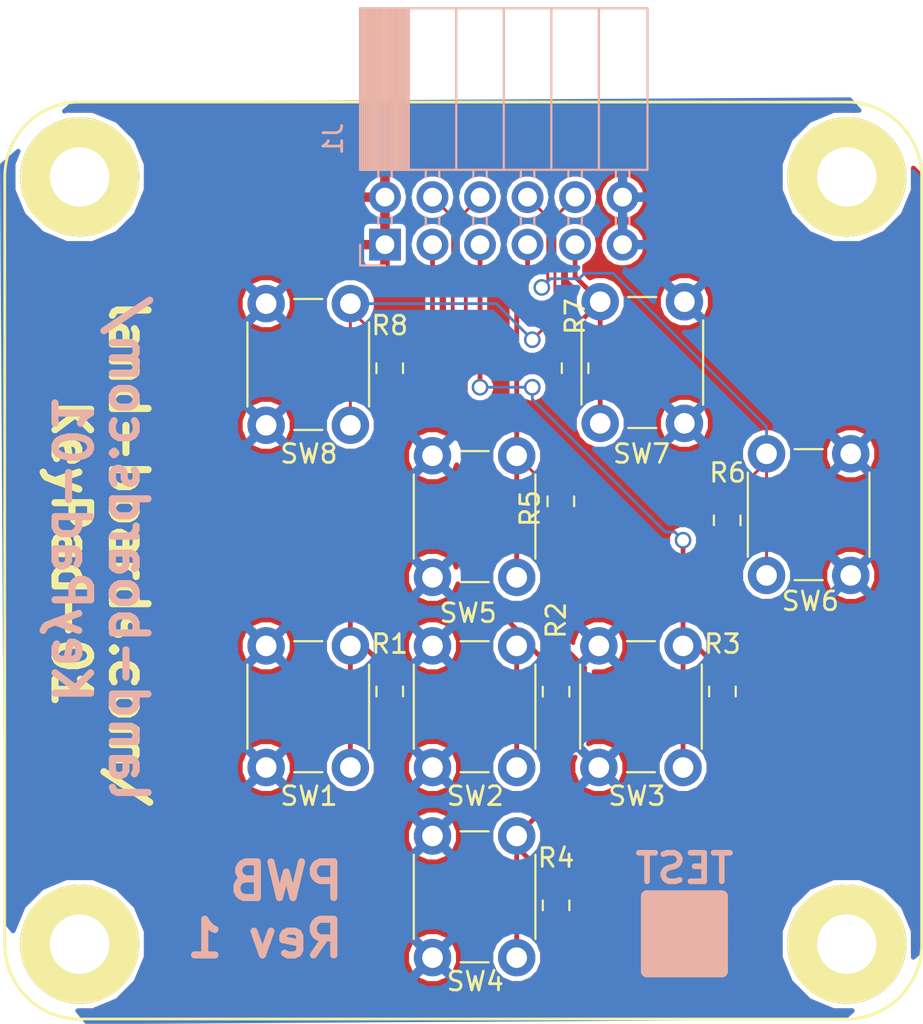
<source format=kicad_pcb>
(kicad_pcb (version 20171130) (host pcbnew "(5.0.2)-1")

  (general
    (thickness 1.6)
    (drawings 7)
    (tracks 95)
    (zones 0)
    (modules 19)
    (nets 11)
  )

  (page B)
  (title_block
    (title "8-Channel Opto-Isolated Output I2C")
    (rev X1)
    (company land-boards.com)
  )

  (layers
    (0 F.Cu signal)
    (31 B.Cu signal)
    (36 B.SilkS user)
    (37 F.SilkS user)
    (38 B.Mask user)
    (39 F.Mask user)
    (42 Eco1.User user hide)
    (44 Edge.Cuts user)
    (45 Margin user)
    (46 B.CrtYd user hide)
    (47 F.CrtYd user hide)
    (48 B.Fab user hide)
    (49 F.Fab user hide)
  )

  (setup
    (last_trace_width 0.2032)
    (user_trace_width 0.2032)
    (user_trace_width 0.254)
    (trace_clearance 0.1524)
    (zone_clearance 0.254)
    (zone_45_only no)
    (trace_min 0.1524)
    (segment_width 0.2)
    (edge_width 0.1)
    (via_size 0.889)
    (via_drill 0.635)
    (via_min_size 0.889)
    (via_min_drill 0.508)
    (uvia_size 0.508)
    (uvia_drill 0.127)
    (uvias_allowed no)
    (uvia_min_size 0.508)
    (uvia_min_drill 0.127)
    (pcb_text_width 0.3)
    (pcb_text_size 1.5 1.5)
    (mod_edge_width 0.15)
    (mod_text_size 1.27 1.27)
    (mod_text_width 0.3175)
    (pad_size 1 1)
    (pad_drill 0)
    (pad_to_mask_clearance 0)
    (solder_mask_min_width 0.25)
    (aux_axis_origin 0 0)
    (visible_elements 7FFFFF7F)
    (pcbplotparams
      (layerselection 0x010f0_ffffffff)
      (usegerberextensions true)
      (usegerberattributes false)
      (usegerberadvancedattributes false)
      (creategerberjobfile false)
      (excludeedgelayer true)
      (linewidth 0.150000)
      (plotframeref false)
      (viasonmask false)
      (mode 1)
      (useauxorigin false)
      (hpglpennumber 1)
      (hpglpenspeed 20)
      (hpglpendiameter 15.000000)
      (psnegative false)
      (psa4output false)
      (plotreference true)
      (plotvalue true)
      (plotinvisibletext false)
      (padsonsilk false)
      (subtractmaskfromsilk false)
      (outputformat 1)
      (mirror false)
      (drillshape 0)
      (scaleselection 1)
      (outputdirectory "plots/"))
  )

  (net 0 "")
  (net 1 GND)
  (net 2 /S1D7)
  (net 3 /S1D6)
  (net 4 /S1D5)
  (net 5 /S1D4)
  (net 6 /S1D3)
  (net 7 /S1D2)
  (net 8 /S1D1)
  (net 9 /S1D0)
  (net 10 VCC)

  (net_class Default "This is the default net class."
    (clearance 0.1524)
    (trace_width 0.1524)
    (via_dia 0.889)
    (via_drill 0.635)
    (uvia_dia 0.508)
    (uvia_drill 0.127)
    (add_net /S1D0)
    (add_net /S1D1)
    (add_net /S1D2)
    (add_net /S1D3)
    (add_net /S1D4)
    (add_net /S1D5)
    (add_net /S1D6)
    (add_net /S1D7)
    (add_net GND)
    (add_net VCC)
  )

  (module Resistor_SMD:R_0805_2012Metric_Pad1.15x1.40mm_HandSolder (layer F.Cu) (tedit 5B36C52B) (tstamp 5D96CFDF)
    (at 20.574 31.496 90)
    (descr "Resistor SMD 0805 (2012 Metric), square (rectangular) end terminal, IPC_7351 nominal with elongated pad for handsoldering. (Body size source: https://docs.google.com/spreadsheets/d/1BsfQQcO9C6DZCsRaXUlFlo91Tg2WpOkGARC1WS5S8t0/edit?usp=sharing), generated with kicad-footprint-generator")
    (tags "resistor handsolder")
    (path /5D9374F4)
    (attr smd)
    (fp_text reference R1 (at 2.54 0 180) (layer F.SilkS)
      (effects (font (size 1 1) (thickness 0.15)))
    )
    (fp_text value 1K (at 0 1.65 90) (layer F.Fab)
      (effects (font (size 1 1) (thickness 0.15)))
    )
    (fp_text user %R (at 0 0 90) (layer F.Fab)
      (effects (font (size 0.5 0.5) (thickness 0.08)))
    )
    (fp_line (start 1.85 0.95) (end -1.85 0.95) (layer F.CrtYd) (width 0.05))
    (fp_line (start 1.85 -0.95) (end 1.85 0.95) (layer F.CrtYd) (width 0.05))
    (fp_line (start -1.85 -0.95) (end 1.85 -0.95) (layer F.CrtYd) (width 0.05))
    (fp_line (start -1.85 0.95) (end -1.85 -0.95) (layer F.CrtYd) (width 0.05))
    (fp_line (start -0.261252 0.71) (end 0.261252 0.71) (layer F.SilkS) (width 0.12))
    (fp_line (start -0.261252 -0.71) (end 0.261252 -0.71) (layer F.SilkS) (width 0.12))
    (fp_line (start 1 0.6) (end -1 0.6) (layer F.Fab) (width 0.1))
    (fp_line (start 1 -0.6) (end 1 0.6) (layer F.Fab) (width 0.1))
    (fp_line (start -1 -0.6) (end 1 -0.6) (layer F.Fab) (width 0.1))
    (fp_line (start -1 0.6) (end -1 -0.6) (layer F.Fab) (width 0.1))
    (pad 2 smd roundrect (at 1.025 0 90) (size 1.15 1.4) (layers F.Cu F.Paste F.Mask) (roundrect_rratio 0.217391)
      (net 2 /S1D7))
    (pad 1 smd roundrect (at -1.025 0 90) (size 1.15 1.4) (layers F.Cu F.Paste F.Mask) (roundrect_rratio 0.217391)
      (net 10 VCC))
    (model ${KISYS3DMOD}/Resistor_SMD.3dshapes/R_0805_2012Metric.wrl
      (at (xyz 0 0 0))
      (scale (xyz 1 1 1))
      (rotate (xyz 0 0 0))
    )
  )

  (module Resistor_SMD:R_0805_2012Metric_Pad1.15x1.40mm_HandSolder (layer F.Cu) (tedit 5B36C52B) (tstamp 5D96CFF0)
    (at 29.464 31.505 90)
    (descr "Resistor SMD 0805 (2012 Metric), square (rectangular) end terminal, IPC_7351 nominal with elongated pad for handsoldering. (Body size source: https://docs.google.com/spreadsheets/d/1BsfQQcO9C6DZCsRaXUlFlo91Tg2WpOkGARC1WS5S8t0/edit?usp=sharing), generated with kicad-footprint-generator")
    (tags "resistor handsolder")
    (path /5D937EF6)
    (attr smd)
    (fp_text reference R2 (at 3.81 0 90) (layer F.SilkS)
      (effects (font (size 1 1) (thickness 0.15)))
    )
    (fp_text value 1K (at 0 1.65 90) (layer F.Fab)
      (effects (font (size 1 1) (thickness 0.15)))
    )
    (fp_line (start -1 0.6) (end -1 -0.6) (layer F.Fab) (width 0.1))
    (fp_line (start -1 -0.6) (end 1 -0.6) (layer F.Fab) (width 0.1))
    (fp_line (start 1 -0.6) (end 1 0.6) (layer F.Fab) (width 0.1))
    (fp_line (start 1 0.6) (end -1 0.6) (layer F.Fab) (width 0.1))
    (fp_line (start -0.261252 -0.71) (end 0.261252 -0.71) (layer F.SilkS) (width 0.12))
    (fp_line (start -0.261252 0.71) (end 0.261252 0.71) (layer F.SilkS) (width 0.12))
    (fp_line (start -1.85 0.95) (end -1.85 -0.95) (layer F.CrtYd) (width 0.05))
    (fp_line (start -1.85 -0.95) (end 1.85 -0.95) (layer F.CrtYd) (width 0.05))
    (fp_line (start 1.85 -0.95) (end 1.85 0.95) (layer F.CrtYd) (width 0.05))
    (fp_line (start 1.85 0.95) (end -1.85 0.95) (layer F.CrtYd) (width 0.05))
    (fp_text user %R (at 0 0 90) (layer F.Fab)
      (effects (font (size 0.5 0.5) (thickness 0.08)))
    )
    (pad 1 smd roundrect (at -1.025 0 90) (size 1.15 1.4) (layers F.Cu F.Paste F.Mask) (roundrect_rratio 0.217391)
      (net 10 VCC))
    (pad 2 smd roundrect (at 1.025 0 90) (size 1.15 1.4) (layers F.Cu F.Paste F.Mask) (roundrect_rratio 0.217391)
      (net 3 /S1D6))
    (model ${KISYS3DMOD}/Resistor_SMD.3dshapes/R_0805_2012Metric.wrl
      (at (xyz 0 0 0))
      (scale (xyz 1 1 1))
      (rotate (xyz 0 0 0))
    )
  )

  (module Resistor_SMD:R_0805_2012Metric_Pad1.15x1.40mm_HandSolder (layer F.Cu) (tedit 5B36C52B) (tstamp 5D96D023)
    (at 29.718 21.336 90)
    (descr "Resistor SMD 0805 (2012 Metric), square (rectangular) end terminal, IPC_7351 nominal with elongated pad for handsoldering. (Body size source: https://docs.google.com/spreadsheets/d/1BsfQQcO9C6DZCsRaXUlFlo91Tg2WpOkGARC1WS5S8t0/edit?usp=sharing), generated with kicad-footprint-generator")
    (tags "resistor handsolder")
    (path /5D93A18C)
    (attr smd)
    (fp_text reference R5 (at -0.381 -1.65 90) (layer F.SilkS)
      (effects (font (size 1 1) (thickness 0.15)))
    )
    (fp_text value 1K (at 0 1.65 90) (layer F.Fab)
      (effects (font (size 1 1) (thickness 0.15)))
    )
    (fp_text user %R (at 0 0 90) (layer F.Fab)
      (effects (font (size 0.5 0.5) (thickness 0.08)))
    )
    (fp_line (start 1.85 0.95) (end -1.85 0.95) (layer F.CrtYd) (width 0.05))
    (fp_line (start 1.85 -0.95) (end 1.85 0.95) (layer F.CrtYd) (width 0.05))
    (fp_line (start -1.85 -0.95) (end 1.85 -0.95) (layer F.CrtYd) (width 0.05))
    (fp_line (start -1.85 0.95) (end -1.85 -0.95) (layer F.CrtYd) (width 0.05))
    (fp_line (start -0.261252 0.71) (end 0.261252 0.71) (layer F.SilkS) (width 0.12))
    (fp_line (start -0.261252 -0.71) (end 0.261252 -0.71) (layer F.SilkS) (width 0.12))
    (fp_line (start 1 0.6) (end -1 0.6) (layer F.Fab) (width 0.1))
    (fp_line (start 1 -0.6) (end 1 0.6) (layer F.Fab) (width 0.1))
    (fp_line (start -1 -0.6) (end 1 -0.6) (layer F.Fab) (width 0.1))
    (fp_line (start -1 0.6) (end -1 -0.6) (layer F.Fab) (width 0.1))
    (pad 2 smd roundrect (at 1.025 0 90) (size 1.15 1.4) (layers F.Cu F.Paste F.Mask) (roundrect_rratio 0.217391)
      (net 6 /S1D3))
    (pad 1 smd roundrect (at -1.025 0 90) (size 1.15 1.4) (layers F.Cu F.Paste F.Mask) (roundrect_rratio 0.217391)
      (net 10 VCC))
    (model ${KISYS3DMOD}/Resistor_SMD.3dshapes/R_0805_2012Metric.wrl
      (at (xyz 0 0 0))
      (scale (xyz 1 1 1))
      (rotate (xyz 0 0 0))
    )
  )

  (module Resistor_SMD:R_0805_2012Metric_Pad1.15x1.40mm_HandSolder (layer F.Cu) (tedit 5B36C52B) (tstamp 5D96D034)
    (at 38.608 22.352 90)
    (descr "Resistor SMD 0805 (2012 Metric), square (rectangular) end terminal, IPC_7351 nominal with elongated pad for handsoldering. (Body size source: https://docs.google.com/spreadsheets/d/1BsfQQcO9C6DZCsRaXUlFlo91Tg2WpOkGARC1WS5S8t0/edit?usp=sharing), generated with kicad-footprint-generator")
    (tags "resistor handsolder")
    (path /5D93AA11)
    (attr smd)
    (fp_text reference R6 (at 2.54 0.0254 -180) (layer F.SilkS)
      (effects (font (size 1 1) (thickness 0.15)))
    )
    (fp_text value 1K (at 0 1.65 90) (layer F.Fab)
      (effects (font (size 1 1) (thickness 0.15)))
    )
    (fp_text user %R (at 0 0 90) (layer F.Fab)
      (effects (font (size 0.5 0.5) (thickness 0.08)))
    )
    (fp_line (start 1.85 0.95) (end -1.85 0.95) (layer F.CrtYd) (width 0.05))
    (fp_line (start 1.85 -0.95) (end 1.85 0.95) (layer F.CrtYd) (width 0.05))
    (fp_line (start -1.85 -0.95) (end 1.85 -0.95) (layer F.CrtYd) (width 0.05))
    (fp_line (start -1.85 0.95) (end -1.85 -0.95) (layer F.CrtYd) (width 0.05))
    (fp_line (start -0.261252 0.71) (end 0.261252 0.71) (layer F.SilkS) (width 0.12))
    (fp_line (start -0.261252 -0.71) (end 0.261252 -0.71) (layer F.SilkS) (width 0.12))
    (fp_line (start 1 0.6) (end -1 0.6) (layer F.Fab) (width 0.1))
    (fp_line (start 1 -0.6) (end 1 0.6) (layer F.Fab) (width 0.1))
    (fp_line (start -1 -0.6) (end 1 -0.6) (layer F.Fab) (width 0.1))
    (fp_line (start -1 0.6) (end -1 -0.6) (layer F.Fab) (width 0.1))
    (pad 2 smd roundrect (at 1.025 0 90) (size 1.15 1.4) (layers F.Cu F.Paste F.Mask) (roundrect_rratio 0.217391)
      (net 7 /S1D2))
    (pad 1 smd roundrect (at -1.025 0 90) (size 1.15 1.4) (layers F.Cu F.Paste F.Mask) (roundrect_rratio 0.217391)
      (net 10 VCC))
    (model ${KISYS3DMOD}/Resistor_SMD.3dshapes/R_0805_2012Metric.wrl
      (at (xyz 0 0 0))
      (scale (xyz 1 1 1))
      (rotate (xyz 0 0 0))
    )
  )

  (module Resistor_SMD:R_0805_2012Metric_Pad1.15x1.40mm_HandSolder (layer F.Cu) (tedit 5B36C52B) (tstamp 5D96D045)
    (at 30.48 14.224 90)
    (descr "Resistor SMD 0805 (2012 Metric), square (rectangular) end terminal, IPC_7351 nominal with elongated pad for handsoldering. (Body size source: https://docs.google.com/spreadsheets/d/1BsfQQcO9C6DZCsRaXUlFlo91Tg2WpOkGARC1WS5S8t0/edit?usp=sharing), generated with kicad-footprint-generator")
    (tags "resistor handsolder")
    (path /5D93BADD)
    (attr smd)
    (fp_text reference R7 (at 2.7686 0 90) (layer F.SilkS)
      (effects (font (size 1 1) (thickness 0.15)))
    )
    (fp_text value 1K (at 0 1.65 90) (layer F.Fab)
      (effects (font (size 1 1) (thickness 0.15)))
    )
    (fp_line (start -1 0.6) (end -1 -0.6) (layer F.Fab) (width 0.1))
    (fp_line (start -1 -0.6) (end 1 -0.6) (layer F.Fab) (width 0.1))
    (fp_line (start 1 -0.6) (end 1 0.6) (layer F.Fab) (width 0.1))
    (fp_line (start 1 0.6) (end -1 0.6) (layer F.Fab) (width 0.1))
    (fp_line (start -0.261252 -0.71) (end 0.261252 -0.71) (layer F.SilkS) (width 0.12))
    (fp_line (start -0.261252 0.71) (end 0.261252 0.71) (layer F.SilkS) (width 0.12))
    (fp_line (start -1.85 0.95) (end -1.85 -0.95) (layer F.CrtYd) (width 0.05))
    (fp_line (start -1.85 -0.95) (end 1.85 -0.95) (layer F.CrtYd) (width 0.05))
    (fp_line (start 1.85 -0.95) (end 1.85 0.95) (layer F.CrtYd) (width 0.05))
    (fp_line (start 1.85 0.95) (end -1.85 0.95) (layer F.CrtYd) (width 0.05))
    (fp_text user %R (at 0 0 90) (layer F.Fab)
      (effects (font (size 0.5 0.5) (thickness 0.08)))
    )
    (pad 1 smd roundrect (at -1.025 0 90) (size 1.15 1.4) (layers F.Cu F.Paste F.Mask) (roundrect_rratio 0.217391)
      (net 10 VCC))
    (pad 2 smd roundrect (at 1.025 0 90) (size 1.15 1.4) (layers F.Cu F.Paste F.Mask) (roundrect_rratio 0.217391)
      (net 8 /S1D1))
    (model ${KISYS3DMOD}/Resistor_SMD.3dshapes/R_0805_2012Metric.wrl
      (at (xyz 0 0 0))
      (scale (xyz 1 1 1))
      (rotate (xyz 0 0 0))
    )
  )

  (module Resistor_SMD:R_0805_2012Metric_Pad1.15x1.40mm_HandSolder (layer F.Cu) (tedit 5B36C52B) (tstamp 5D96D056)
    (at 20.574 14.224 90)
    (descr "Resistor SMD 0805 (2012 Metric), square (rectangular) end terminal, IPC_7351 nominal with elongated pad for handsoldering. (Body size source: https://docs.google.com/spreadsheets/d/1BsfQQcO9C6DZCsRaXUlFlo91Tg2WpOkGARC1WS5S8t0/edit?usp=sharing), generated with kicad-footprint-generator")
    (tags "resistor handsolder")
    (path /5D93C364)
    (attr smd)
    (fp_text reference R8 (at 2.286 0 180) (layer F.SilkS)
      (effects (font (size 1 1) (thickness 0.15)))
    )
    (fp_text value 1K (at 0 1.65 90) (layer F.Fab)
      (effects (font (size 1 1) (thickness 0.15)))
    )
    (fp_line (start -1 0.6) (end -1 -0.6) (layer F.Fab) (width 0.1))
    (fp_line (start -1 -0.6) (end 1 -0.6) (layer F.Fab) (width 0.1))
    (fp_line (start 1 -0.6) (end 1 0.6) (layer F.Fab) (width 0.1))
    (fp_line (start 1 0.6) (end -1 0.6) (layer F.Fab) (width 0.1))
    (fp_line (start -0.261252 -0.71) (end 0.261252 -0.71) (layer F.SilkS) (width 0.12))
    (fp_line (start -0.261252 0.71) (end 0.261252 0.71) (layer F.SilkS) (width 0.12))
    (fp_line (start -1.85 0.95) (end -1.85 -0.95) (layer F.CrtYd) (width 0.05))
    (fp_line (start -1.85 -0.95) (end 1.85 -0.95) (layer F.CrtYd) (width 0.05))
    (fp_line (start 1.85 -0.95) (end 1.85 0.95) (layer F.CrtYd) (width 0.05))
    (fp_line (start 1.85 0.95) (end -1.85 0.95) (layer F.CrtYd) (width 0.05))
    (fp_text user %R (at 0 0 90) (layer F.Fab)
      (effects (font (size 0.5 0.5) (thickness 0.08)))
    )
    (pad 1 smd roundrect (at -1.025 0 90) (size 1.15 1.4) (layers F.Cu F.Paste F.Mask) (roundrect_rratio 0.217391)
      (net 10 VCC))
    (pad 2 smd roundrect (at 1.025 0 90) (size 1.15 1.4) (layers F.Cu F.Paste F.Mask) (roundrect_rratio 0.217391)
      (net 9 /S1D0))
    (model ${KISYS3DMOD}/Resistor_SMD.3dshapes/R_0805_2012Metric.wrl
      (at (xyz 0 0 0))
      (scale (xyz 1 1 1))
      (rotate (xyz 0 0 0))
    )
  )

  (module Button_Switch_THT:SW_PUSH_6mm (layer F.Cu) (tedit 5A02FE31) (tstamp 5D96D273)
    (at 13.97 35.56 90)
    (descr https://www.omron.com/ecb/products/pdf/en-b3f.pdf)
    (tags "tact sw push 6mm")
    (path /5EAD4336)
    (fp_text reference SW1 (at -1.524 2.286 180) (layer F.SilkS)
      (effects (font (size 1 1) (thickness 0.15)))
    )
    (fp_text value SW_Push (at 3.75 6.7 90) (layer F.Fab)
      (effects (font (size 1 1) (thickness 0.15)))
    )
    (fp_text user %R (at 3.25 2.25 90) (layer F.Fab)
      (effects (font (size 1 1) (thickness 0.15)))
    )
    (fp_line (start 3.25 -0.75) (end 6.25 -0.75) (layer F.Fab) (width 0.1))
    (fp_line (start 6.25 -0.75) (end 6.25 5.25) (layer F.Fab) (width 0.1))
    (fp_line (start 6.25 5.25) (end 0.25 5.25) (layer F.Fab) (width 0.1))
    (fp_line (start 0.25 5.25) (end 0.25 -0.75) (layer F.Fab) (width 0.1))
    (fp_line (start 0.25 -0.75) (end 3.25 -0.75) (layer F.Fab) (width 0.1))
    (fp_line (start 7.75 6) (end 8 6) (layer F.CrtYd) (width 0.05))
    (fp_line (start 8 6) (end 8 5.75) (layer F.CrtYd) (width 0.05))
    (fp_line (start 7.75 -1.5) (end 8 -1.5) (layer F.CrtYd) (width 0.05))
    (fp_line (start 8 -1.5) (end 8 -1.25) (layer F.CrtYd) (width 0.05))
    (fp_line (start -1.5 -1.25) (end -1.5 -1.5) (layer F.CrtYd) (width 0.05))
    (fp_line (start -1.5 -1.5) (end -1.25 -1.5) (layer F.CrtYd) (width 0.05))
    (fp_line (start -1.5 5.75) (end -1.5 6) (layer F.CrtYd) (width 0.05))
    (fp_line (start -1.5 6) (end -1.25 6) (layer F.CrtYd) (width 0.05))
    (fp_line (start -1.25 -1.5) (end 7.75 -1.5) (layer F.CrtYd) (width 0.05))
    (fp_line (start -1.5 5.75) (end -1.5 -1.25) (layer F.CrtYd) (width 0.05))
    (fp_line (start 7.75 6) (end -1.25 6) (layer F.CrtYd) (width 0.05))
    (fp_line (start 8 -1.25) (end 8 5.75) (layer F.CrtYd) (width 0.05))
    (fp_line (start 1 5.5) (end 5.5 5.5) (layer F.SilkS) (width 0.12))
    (fp_line (start -0.25 1.5) (end -0.25 3) (layer F.SilkS) (width 0.12))
    (fp_line (start 5.5 -1) (end 1 -1) (layer F.SilkS) (width 0.12))
    (fp_line (start 6.75 3) (end 6.75 1.5) (layer F.SilkS) (width 0.12))
    (fp_circle (center 3.25 2.25) (end 1.25 2.5) (layer F.Fab) (width 0.1))
    (pad 2 thru_hole circle (at 0 4.5 180) (size 2 2) (drill 1.1) (layers *.Cu *.Mask)
      (net 2 /S1D7))
    (pad 1 thru_hole circle (at 0 0 180) (size 2 2) (drill 1.1) (layers *.Cu *.Mask)
      (net 1 GND))
    (pad 2 thru_hole circle (at 6.5 4.5 180) (size 2 2) (drill 1.1) (layers *.Cu *.Mask)
      (net 2 /S1D7))
    (pad 1 thru_hole circle (at 6.5 0 180) (size 2 2) (drill 1.1) (layers *.Cu *.Mask)
      (net 1 GND))
    (model ${KISYS3DMOD}/Button_Switch_THT.3dshapes/SW_PUSH_6mm.wrl
      (at (xyz 0 0 0))
      (scale (xyz 1 1 1))
      (rotate (xyz 0 0 0))
    )
  )

  (module Button_Switch_THT:SW_PUSH_6mm (layer F.Cu) (tedit 5A02FE31) (tstamp 5D96D292)
    (at 22.86 35.56 90)
    (descr https://www.omron.com/ecb/products/pdf/en-b3f.pdf)
    (tags "tact sw push 6mm")
    (path /5EAD6C2D)
    (fp_text reference SW2 (at -1.524 2.286 180) (layer F.SilkS)
      (effects (font (size 1 1) (thickness 0.15)))
    )
    (fp_text value SW_Push (at 3.75 6.7 90) (layer F.Fab)
      (effects (font (size 1 1) (thickness 0.15)))
    )
    (fp_circle (center 3.25 2.25) (end 1.25 2.5) (layer F.Fab) (width 0.1))
    (fp_line (start 6.75 3) (end 6.75 1.5) (layer F.SilkS) (width 0.12))
    (fp_line (start 5.5 -1) (end 1 -1) (layer F.SilkS) (width 0.12))
    (fp_line (start -0.25 1.5) (end -0.25 3) (layer F.SilkS) (width 0.12))
    (fp_line (start 1 5.5) (end 5.5 5.5) (layer F.SilkS) (width 0.12))
    (fp_line (start 8 -1.25) (end 8 5.75) (layer F.CrtYd) (width 0.05))
    (fp_line (start 7.75 6) (end -1.25 6) (layer F.CrtYd) (width 0.05))
    (fp_line (start -1.5 5.75) (end -1.5 -1.25) (layer F.CrtYd) (width 0.05))
    (fp_line (start -1.25 -1.5) (end 7.75 -1.5) (layer F.CrtYd) (width 0.05))
    (fp_line (start -1.5 6) (end -1.25 6) (layer F.CrtYd) (width 0.05))
    (fp_line (start -1.5 5.75) (end -1.5 6) (layer F.CrtYd) (width 0.05))
    (fp_line (start -1.5 -1.5) (end -1.25 -1.5) (layer F.CrtYd) (width 0.05))
    (fp_line (start -1.5 -1.25) (end -1.5 -1.5) (layer F.CrtYd) (width 0.05))
    (fp_line (start 8 -1.5) (end 8 -1.25) (layer F.CrtYd) (width 0.05))
    (fp_line (start 7.75 -1.5) (end 8 -1.5) (layer F.CrtYd) (width 0.05))
    (fp_line (start 8 6) (end 8 5.75) (layer F.CrtYd) (width 0.05))
    (fp_line (start 7.75 6) (end 8 6) (layer F.CrtYd) (width 0.05))
    (fp_line (start 0.25 -0.75) (end 3.25 -0.75) (layer F.Fab) (width 0.1))
    (fp_line (start 0.25 5.25) (end 0.25 -0.75) (layer F.Fab) (width 0.1))
    (fp_line (start 6.25 5.25) (end 0.25 5.25) (layer F.Fab) (width 0.1))
    (fp_line (start 6.25 -0.75) (end 6.25 5.25) (layer F.Fab) (width 0.1))
    (fp_line (start 3.25 -0.75) (end 6.25 -0.75) (layer F.Fab) (width 0.1))
    (fp_text user %R (at 3.25 2.25 90) (layer F.Fab)
      (effects (font (size 1 1) (thickness 0.15)))
    )
    (pad 1 thru_hole circle (at 6.5 0 180) (size 2 2) (drill 1.1) (layers *.Cu *.Mask)
      (net 1 GND))
    (pad 2 thru_hole circle (at 6.5 4.5 180) (size 2 2) (drill 1.1) (layers *.Cu *.Mask)
      (net 3 /S1D6))
    (pad 1 thru_hole circle (at 0 0 180) (size 2 2) (drill 1.1) (layers *.Cu *.Mask)
      (net 1 GND))
    (pad 2 thru_hole circle (at 0 4.5 180) (size 2 2) (drill 1.1) (layers *.Cu *.Mask)
      (net 3 /S1D6))
    (model ${KISYS3DMOD}/Button_Switch_THT.3dshapes/SW_PUSH_6mm.wrl
      (at (xyz 0 0 0))
      (scale (xyz 1 1 1))
      (rotate (xyz 0 0 0))
    )
  )

  (module Button_Switch_THT:SW_PUSH_6mm (layer F.Cu) (tedit 5A02FE31) (tstamp 5D96D2B1)
    (at 31.75 35.56 90)
    (descr https://www.omron.com/ecb/products/pdf/en-b3f.pdf)
    (tags "tact sw push 6mm")
    (path /5EAD6D1F)
    (fp_text reference SW3 (at -1.524 2.032 180) (layer F.SilkS)
      (effects (font (size 1 1) (thickness 0.15)))
    )
    (fp_text value SW_Push (at 3.75 6.7 90) (layer F.Fab)
      (effects (font (size 1 1) (thickness 0.15)))
    )
    (fp_text user %R (at 3.25 2.25 90) (layer F.Fab)
      (effects (font (size 1 1) (thickness 0.15)))
    )
    (fp_line (start 3.25 -0.75) (end 6.25 -0.75) (layer F.Fab) (width 0.1))
    (fp_line (start 6.25 -0.75) (end 6.25 5.25) (layer F.Fab) (width 0.1))
    (fp_line (start 6.25 5.25) (end 0.25 5.25) (layer F.Fab) (width 0.1))
    (fp_line (start 0.25 5.25) (end 0.25 -0.75) (layer F.Fab) (width 0.1))
    (fp_line (start 0.25 -0.75) (end 3.25 -0.75) (layer F.Fab) (width 0.1))
    (fp_line (start 7.75 6) (end 8 6) (layer F.CrtYd) (width 0.05))
    (fp_line (start 8 6) (end 8 5.75) (layer F.CrtYd) (width 0.05))
    (fp_line (start 7.75 -1.5) (end 8 -1.5) (layer F.CrtYd) (width 0.05))
    (fp_line (start 8 -1.5) (end 8 -1.25) (layer F.CrtYd) (width 0.05))
    (fp_line (start -1.5 -1.25) (end -1.5 -1.5) (layer F.CrtYd) (width 0.05))
    (fp_line (start -1.5 -1.5) (end -1.25 -1.5) (layer F.CrtYd) (width 0.05))
    (fp_line (start -1.5 5.75) (end -1.5 6) (layer F.CrtYd) (width 0.05))
    (fp_line (start -1.5 6) (end -1.25 6) (layer F.CrtYd) (width 0.05))
    (fp_line (start -1.25 -1.5) (end 7.75 -1.5) (layer F.CrtYd) (width 0.05))
    (fp_line (start -1.5 5.75) (end -1.5 -1.25) (layer F.CrtYd) (width 0.05))
    (fp_line (start 7.75 6) (end -1.25 6) (layer F.CrtYd) (width 0.05))
    (fp_line (start 8 -1.25) (end 8 5.75) (layer F.CrtYd) (width 0.05))
    (fp_line (start 1 5.5) (end 5.5 5.5) (layer F.SilkS) (width 0.12))
    (fp_line (start -0.25 1.5) (end -0.25 3) (layer F.SilkS) (width 0.12))
    (fp_line (start 5.5 -1) (end 1 -1) (layer F.SilkS) (width 0.12))
    (fp_line (start 6.75 3) (end 6.75 1.5) (layer F.SilkS) (width 0.12))
    (fp_circle (center 3.25 2.25) (end 1.25 2.5) (layer F.Fab) (width 0.1))
    (pad 2 thru_hole circle (at 0 4.5 180) (size 2 2) (drill 1.1) (layers *.Cu *.Mask)
      (net 4 /S1D5))
    (pad 1 thru_hole circle (at 0 0 180) (size 2 2) (drill 1.1) (layers *.Cu *.Mask)
      (net 1 GND))
    (pad 2 thru_hole circle (at 6.5 4.5 180) (size 2 2) (drill 1.1) (layers *.Cu *.Mask)
      (net 4 /S1D5))
    (pad 1 thru_hole circle (at 6.5 0 180) (size 2 2) (drill 1.1) (layers *.Cu *.Mask)
      (net 1 GND))
    (model ${KISYS3DMOD}/Button_Switch_THT.3dshapes/SW_PUSH_6mm.wrl
      (at (xyz 0 0 0))
      (scale (xyz 1 1 1))
      (rotate (xyz 0 0 0))
    )
  )

  (module Button_Switch_THT:SW_PUSH_6mm (layer F.Cu) (tedit 5A02FE31) (tstamp 5D96D2D0)
    (at 22.86 45.72 90)
    (descr https://www.omron.com/ecb/products/pdf/en-b3f.pdf)
    (tags "tact sw push 6mm")
    (path /5EAD7028)
    (fp_text reference SW4 (at -1.27 2.286 180) (layer F.SilkS)
      (effects (font (size 1 1) (thickness 0.15)))
    )
    (fp_text value SW_Push (at 3.75 6.7 90) (layer F.Fab)
      (effects (font (size 1 1) (thickness 0.15)))
    )
    (fp_circle (center 3.25 2.25) (end 1.25 2.5) (layer F.Fab) (width 0.1))
    (fp_line (start 6.75 3) (end 6.75 1.5) (layer F.SilkS) (width 0.12))
    (fp_line (start 5.5 -1) (end 1 -1) (layer F.SilkS) (width 0.12))
    (fp_line (start -0.25 1.5) (end -0.25 3) (layer F.SilkS) (width 0.12))
    (fp_line (start 1 5.5) (end 5.5 5.5) (layer F.SilkS) (width 0.12))
    (fp_line (start 8 -1.25) (end 8 5.75) (layer F.CrtYd) (width 0.05))
    (fp_line (start 7.75 6) (end -1.25 6) (layer F.CrtYd) (width 0.05))
    (fp_line (start -1.5 5.75) (end -1.5 -1.25) (layer F.CrtYd) (width 0.05))
    (fp_line (start -1.25 -1.5) (end 7.75 -1.5) (layer F.CrtYd) (width 0.05))
    (fp_line (start -1.5 6) (end -1.25 6) (layer F.CrtYd) (width 0.05))
    (fp_line (start -1.5 5.75) (end -1.5 6) (layer F.CrtYd) (width 0.05))
    (fp_line (start -1.5 -1.5) (end -1.25 -1.5) (layer F.CrtYd) (width 0.05))
    (fp_line (start -1.5 -1.25) (end -1.5 -1.5) (layer F.CrtYd) (width 0.05))
    (fp_line (start 8 -1.5) (end 8 -1.25) (layer F.CrtYd) (width 0.05))
    (fp_line (start 7.75 -1.5) (end 8 -1.5) (layer F.CrtYd) (width 0.05))
    (fp_line (start 8 6) (end 8 5.75) (layer F.CrtYd) (width 0.05))
    (fp_line (start 7.75 6) (end 8 6) (layer F.CrtYd) (width 0.05))
    (fp_line (start 0.25 -0.75) (end 3.25 -0.75) (layer F.Fab) (width 0.1))
    (fp_line (start 0.25 5.25) (end 0.25 -0.75) (layer F.Fab) (width 0.1))
    (fp_line (start 6.25 5.25) (end 0.25 5.25) (layer F.Fab) (width 0.1))
    (fp_line (start 6.25 -0.75) (end 6.25 5.25) (layer F.Fab) (width 0.1))
    (fp_line (start 3.25 -0.75) (end 6.25 -0.75) (layer F.Fab) (width 0.1))
    (fp_text user %R (at 3.25 2.25 90) (layer F.Fab)
      (effects (font (size 1 1) (thickness 0.15)))
    )
    (pad 1 thru_hole circle (at 6.5 0 180) (size 2 2) (drill 1.1) (layers *.Cu *.Mask)
      (net 1 GND))
    (pad 2 thru_hole circle (at 6.5 4.5 180) (size 2 2) (drill 1.1) (layers *.Cu *.Mask)
      (net 5 /S1D4))
    (pad 1 thru_hole circle (at 0 0 180) (size 2 2) (drill 1.1) (layers *.Cu *.Mask)
      (net 1 GND))
    (pad 2 thru_hole circle (at 0 4.5 180) (size 2 2) (drill 1.1) (layers *.Cu *.Mask)
      (net 5 /S1D4))
    (model ${KISYS3DMOD}/Button_Switch_THT.3dshapes/SW_PUSH_6mm.wrl
      (at (xyz 0 0 0))
      (scale (xyz 1 1 1))
      (rotate (xyz 0 0 0))
    )
  )

  (module Button_Switch_THT:SW_PUSH_6mm (layer F.Cu) (tedit 5A02FE31) (tstamp 5D96D2EF)
    (at 22.86 25.4 90)
    (descr https://www.omron.com/ecb/products/pdf/en-b3f.pdf)
    (tags "tact sw push 6mm")
    (path /5EAD733A)
    (fp_text reference SW5 (at -1.905 1.905 180) (layer F.SilkS)
      (effects (font (size 1 1) (thickness 0.15)))
    )
    (fp_text value SW_Push (at 3.75 6.7 90) (layer F.Fab)
      (effects (font (size 1 1) (thickness 0.15)))
    )
    (fp_text user %R (at 3.25 2.25 90) (layer F.Fab)
      (effects (font (size 1 1) (thickness 0.15)))
    )
    (fp_line (start 3.25 -0.75) (end 6.25 -0.75) (layer F.Fab) (width 0.1))
    (fp_line (start 6.25 -0.75) (end 6.25 5.25) (layer F.Fab) (width 0.1))
    (fp_line (start 6.25 5.25) (end 0.25 5.25) (layer F.Fab) (width 0.1))
    (fp_line (start 0.25 5.25) (end 0.25 -0.75) (layer F.Fab) (width 0.1))
    (fp_line (start 0.25 -0.75) (end 3.25 -0.75) (layer F.Fab) (width 0.1))
    (fp_line (start 7.75 6) (end 8 6) (layer F.CrtYd) (width 0.05))
    (fp_line (start 8 6) (end 8 5.75) (layer F.CrtYd) (width 0.05))
    (fp_line (start 7.75 -1.5) (end 8 -1.5) (layer F.CrtYd) (width 0.05))
    (fp_line (start 8 -1.5) (end 8 -1.25) (layer F.CrtYd) (width 0.05))
    (fp_line (start -1.5 -1.25) (end -1.5 -1.5) (layer F.CrtYd) (width 0.05))
    (fp_line (start -1.5 -1.5) (end -1.25 -1.5) (layer F.CrtYd) (width 0.05))
    (fp_line (start -1.5 5.75) (end -1.5 6) (layer F.CrtYd) (width 0.05))
    (fp_line (start -1.5 6) (end -1.25 6) (layer F.CrtYd) (width 0.05))
    (fp_line (start -1.25 -1.5) (end 7.75 -1.5) (layer F.CrtYd) (width 0.05))
    (fp_line (start -1.5 5.75) (end -1.5 -1.25) (layer F.CrtYd) (width 0.05))
    (fp_line (start 7.75 6) (end -1.25 6) (layer F.CrtYd) (width 0.05))
    (fp_line (start 8 -1.25) (end 8 5.75) (layer F.CrtYd) (width 0.05))
    (fp_line (start 1 5.5) (end 5.5 5.5) (layer F.SilkS) (width 0.12))
    (fp_line (start -0.25 1.5) (end -0.25 3) (layer F.SilkS) (width 0.12))
    (fp_line (start 5.5 -1) (end 1 -1) (layer F.SilkS) (width 0.12))
    (fp_line (start 6.75 3) (end 6.75 1.5) (layer F.SilkS) (width 0.12))
    (fp_circle (center 3.25 2.25) (end 1.25 2.5) (layer F.Fab) (width 0.1))
    (pad 2 thru_hole circle (at 0 4.5 180) (size 2 2) (drill 1.1) (layers *.Cu *.Mask)
      (net 6 /S1D3))
    (pad 1 thru_hole circle (at 0 0 180) (size 2 2) (drill 1.1) (layers *.Cu *.Mask)
      (net 1 GND))
    (pad 2 thru_hole circle (at 6.5 4.5 180) (size 2 2) (drill 1.1) (layers *.Cu *.Mask)
      (net 6 /S1D3))
    (pad 1 thru_hole circle (at 6.5 0 180) (size 2 2) (drill 1.1) (layers *.Cu *.Mask)
      (net 1 GND))
    (model ${KISYS3DMOD}/Button_Switch_THT.3dshapes/SW_PUSH_6mm.wrl
      (at (xyz 0 0 0))
      (scale (xyz 1 1 1))
      (rotate (xyz 0 0 0))
    )
  )

  (module Button_Switch_THT:SW_PUSH_6mm (layer F.Cu) (tedit 5A02FE31) (tstamp 5D8CFBAE)
    (at 45.212 18.796 270)
    (descr https://www.omron.com/ecb/products/pdf/en-b3f.pdf)
    (tags "tact sw push 6mm")
    (path /5EAD7430)
    (fp_text reference SW6 (at 7.874 2.159) (layer F.SilkS)
      (effects (font (size 1 1) (thickness 0.15)))
    )
    (fp_text value SW_Push (at 3.75 6.7 270) (layer F.Fab)
      (effects (font (size 1 1) (thickness 0.15)))
    )
    (fp_circle (center 3.25 2.25) (end 1.25 2.5) (layer F.Fab) (width 0.1))
    (fp_line (start 6.75 3) (end 6.75 1.5) (layer F.SilkS) (width 0.12))
    (fp_line (start 5.5 -1) (end 1 -1) (layer F.SilkS) (width 0.12))
    (fp_line (start -0.25 1.5) (end -0.25 3) (layer F.SilkS) (width 0.12))
    (fp_line (start 1 5.5) (end 5.5 5.5) (layer F.SilkS) (width 0.12))
    (fp_line (start 8 -1.25) (end 8 5.75) (layer F.CrtYd) (width 0.05))
    (fp_line (start 7.75 6) (end -1.25 6) (layer F.CrtYd) (width 0.05))
    (fp_line (start -1.5 5.75) (end -1.5 -1.25) (layer F.CrtYd) (width 0.05))
    (fp_line (start -1.25 -1.5) (end 7.75 -1.5) (layer F.CrtYd) (width 0.05))
    (fp_line (start -1.5 6) (end -1.25 6) (layer F.CrtYd) (width 0.05))
    (fp_line (start -1.5 5.75) (end -1.5 6) (layer F.CrtYd) (width 0.05))
    (fp_line (start -1.5 -1.5) (end -1.25 -1.5) (layer F.CrtYd) (width 0.05))
    (fp_line (start -1.5 -1.25) (end -1.5 -1.5) (layer F.CrtYd) (width 0.05))
    (fp_line (start 8 -1.5) (end 8 -1.25) (layer F.CrtYd) (width 0.05))
    (fp_line (start 7.75 -1.5) (end 8 -1.5) (layer F.CrtYd) (width 0.05))
    (fp_line (start 8 6) (end 8 5.75) (layer F.CrtYd) (width 0.05))
    (fp_line (start 7.75 6) (end 8 6) (layer F.CrtYd) (width 0.05))
    (fp_line (start 0.25 -0.75) (end 3.25 -0.75) (layer F.Fab) (width 0.1))
    (fp_line (start 0.25 5.25) (end 0.25 -0.75) (layer F.Fab) (width 0.1))
    (fp_line (start 6.25 5.25) (end 0.25 5.25) (layer F.Fab) (width 0.1))
    (fp_line (start 6.25 -0.75) (end 6.25 5.25) (layer F.Fab) (width 0.1))
    (fp_line (start 3.25 -0.75) (end 6.25 -0.75) (layer F.Fab) (width 0.1))
    (fp_text user %R (at 3.25 2.25 270) (layer F.Fab)
      (effects (font (size 1 1) (thickness 0.15)))
    )
    (pad 1 thru_hole circle (at 6.5 0) (size 2 2) (drill 1.1) (layers *.Cu *.Mask)
      (net 1 GND))
    (pad 2 thru_hole circle (at 6.5 4.5) (size 2 2) (drill 1.1) (layers *.Cu *.Mask)
      (net 7 /S1D2))
    (pad 1 thru_hole circle (at 0 0) (size 2 2) (drill 1.1) (layers *.Cu *.Mask)
      (net 1 GND))
    (pad 2 thru_hole circle (at 0 4.5) (size 2 2) (drill 1.1) (layers *.Cu *.Mask)
      (net 7 /S1D2))
    (model ${KISYS3DMOD}/Button_Switch_THT.3dshapes/SW_PUSH_6mm.wrl
      (at (xyz 0 0 0))
      (scale (xyz 1 1 1))
      (rotate (xyz 0 0 0))
    )
  )

  (module Button_Switch_THT:SW_PUSH_6mm (layer F.Cu) (tedit 5A02FE31) (tstamp 5D96D32D)
    (at 36.322 10.668 270)
    (descr https://www.omron.com/ecb/products/pdf/en-b3f.pdf)
    (tags "tact sw push 6mm")
    (path /5EAD752A)
    (fp_text reference SW7 (at 8.128 2.286) (layer F.SilkS)
      (effects (font (size 1 1) (thickness 0.15)))
    )
    (fp_text value SW_Push (at 3.75 6.7 270) (layer F.Fab)
      (effects (font (size 1 1) (thickness 0.15)))
    )
    (fp_text user %R (at 3.25 2.25 270) (layer F.Fab)
      (effects (font (size 1 1) (thickness 0.15)))
    )
    (fp_line (start 3.25 -0.75) (end 6.25 -0.75) (layer F.Fab) (width 0.1))
    (fp_line (start 6.25 -0.75) (end 6.25 5.25) (layer F.Fab) (width 0.1))
    (fp_line (start 6.25 5.25) (end 0.25 5.25) (layer F.Fab) (width 0.1))
    (fp_line (start 0.25 5.25) (end 0.25 -0.75) (layer F.Fab) (width 0.1))
    (fp_line (start 0.25 -0.75) (end 3.25 -0.75) (layer F.Fab) (width 0.1))
    (fp_line (start 7.75 6) (end 8 6) (layer F.CrtYd) (width 0.05))
    (fp_line (start 8 6) (end 8 5.75) (layer F.CrtYd) (width 0.05))
    (fp_line (start 7.75 -1.5) (end 8 -1.5) (layer F.CrtYd) (width 0.05))
    (fp_line (start 8 -1.5) (end 8 -1.25) (layer F.CrtYd) (width 0.05))
    (fp_line (start -1.5 -1.25) (end -1.5 -1.5) (layer F.CrtYd) (width 0.05))
    (fp_line (start -1.5 -1.5) (end -1.25 -1.5) (layer F.CrtYd) (width 0.05))
    (fp_line (start -1.5 5.75) (end -1.5 6) (layer F.CrtYd) (width 0.05))
    (fp_line (start -1.5 6) (end -1.25 6) (layer F.CrtYd) (width 0.05))
    (fp_line (start -1.25 -1.5) (end 7.75 -1.5) (layer F.CrtYd) (width 0.05))
    (fp_line (start -1.5 5.75) (end -1.5 -1.25) (layer F.CrtYd) (width 0.05))
    (fp_line (start 7.75 6) (end -1.25 6) (layer F.CrtYd) (width 0.05))
    (fp_line (start 8 -1.25) (end 8 5.75) (layer F.CrtYd) (width 0.05))
    (fp_line (start 1 5.5) (end 5.5 5.5) (layer F.SilkS) (width 0.12))
    (fp_line (start -0.25 1.5) (end -0.25 3) (layer F.SilkS) (width 0.12))
    (fp_line (start 5.5 -1) (end 1 -1) (layer F.SilkS) (width 0.12))
    (fp_line (start 6.75 3) (end 6.75 1.5) (layer F.SilkS) (width 0.12))
    (fp_circle (center 3.25 2.25) (end 1.25 2.5) (layer F.Fab) (width 0.1))
    (pad 2 thru_hole circle (at 0 4.5) (size 2 2) (drill 1.1) (layers *.Cu *.Mask)
      (net 8 /S1D1))
    (pad 1 thru_hole circle (at 0 0) (size 2 2) (drill 1.1) (layers *.Cu *.Mask)
      (net 1 GND))
    (pad 2 thru_hole circle (at 6.5 4.5) (size 2 2) (drill 1.1) (layers *.Cu *.Mask)
      (net 8 /S1D1))
    (pad 1 thru_hole circle (at 6.5 0) (size 2 2) (drill 1.1) (layers *.Cu *.Mask)
      (net 1 GND))
    (model ${KISYS3DMOD}/Button_Switch_THT.3dshapes/SW_PUSH_6mm.wrl
      (at (xyz 0 0 0))
      (scale (xyz 1 1 1))
      (rotate (xyz 0 0 0))
    )
  )

  (module Button_Switch_THT:SW_PUSH_6mm (layer F.Cu) (tedit 5A02FE31) (tstamp 5D96D34C)
    (at 13.97 17.272 90)
    (descr https://www.omron.com/ecb/products/pdf/en-b3f.pdf)
    (tags "tact sw push 6mm")
    (path /5EB14F5D)
    (fp_text reference SW8 (at -1.524 2.286 180) (layer F.SilkS)
      (effects (font (size 1 1) (thickness 0.15)))
    )
    (fp_text value SW_Push (at 3.75 6.7 90) (layer F.Fab)
      (effects (font (size 1 1) (thickness 0.15)))
    )
    (fp_circle (center 3.25 2.25) (end 1.25 2.5) (layer F.Fab) (width 0.1))
    (fp_line (start 6.75 3) (end 6.75 1.5) (layer F.SilkS) (width 0.12))
    (fp_line (start 5.5 -1) (end 1 -1) (layer F.SilkS) (width 0.12))
    (fp_line (start -0.25 1.5) (end -0.25 3) (layer F.SilkS) (width 0.12))
    (fp_line (start 1 5.5) (end 5.5 5.5) (layer F.SilkS) (width 0.12))
    (fp_line (start 8 -1.25) (end 8 5.75) (layer F.CrtYd) (width 0.05))
    (fp_line (start 7.75 6) (end -1.25 6) (layer F.CrtYd) (width 0.05))
    (fp_line (start -1.5 5.75) (end -1.5 -1.25) (layer F.CrtYd) (width 0.05))
    (fp_line (start -1.25 -1.5) (end 7.75 -1.5) (layer F.CrtYd) (width 0.05))
    (fp_line (start -1.5 6) (end -1.25 6) (layer F.CrtYd) (width 0.05))
    (fp_line (start -1.5 5.75) (end -1.5 6) (layer F.CrtYd) (width 0.05))
    (fp_line (start -1.5 -1.5) (end -1.25 -1.5) (layer F.CrtYd) (width 0.05))
    (fp_line (start -1.5 -1.25) (end -1.5 -1.5) (layer F.CrtYd) (width 0.05))
    (fp_line (start 8 -1.5) (end 8 -1.25) (layer F.CrtYd) (width 0.05))
    (fp_line (start 7.75 -1.5) (end 8 -1.5) (layer F.CrtYd) (width 0.05))
    (fp_line (start 8 6) (end 8 5.75) (layer F.CrtYd) (width 0.05))
    (fp_line (start 7.75 6) (end 8 6) (layer F.CrtYd) (width 0.05))
    (fp_line (start 0.25 -0.75) (end 3.25 -0.75) (layer F.Fab) (width 0.1))
    (fp_line (start 0.25 5.25) (end 0.25 -0.75) (layer F.Fab) (width 0.1))
    (fp_line (start 6.25 5.25) (end 0.25 5.25) (layer F.Fab) (width 0.1))
    (fp_line (start 6.25 -0.75) (end 6.25 5.25) (layer F.Fab) (width 0.1))
    (fp_line (start 3.25 -0.75) (end 6.25 -0.75) (layer F.Fab) (width 0.1))
    (fp_text user %R (at 3.25 2.25 90) (layer F.Fab)
      (effects (font (size 1 1) (thickness 0.15)))
    )
    (pad 1 thru_hole circle (at 6.5 0 180) (size 2 2) (drill 1.1) (layers *.Cu *.Mask)
      (net 1 GND))
    (pad 2 thru_hole circle (at 6.5 4.5 180) (size 2 2) (drill 1.1) (layers *.Cu *.Mask)
      (net 9 /S1D0))
    (pad 1 thru_hole circle (at 0 0 180) (size 2 2) (drill 1.1) (layers *.Cu *.Mask)
      (net 1 GND))
    (pad 2 thru_hole circle (at 0 4.5 180) (size 2 2) (drill 1.1) (layers *.Cu *.Mask)
      (net 9 /S1D0))
    (model ${KISYS3DMOD}/Button_Switch_THT.3dshapes/SW_PUSH_6mm.wrl
      (at (xyz 0 0 0))
      (scale (xyz 1 1 1))
      (rotate (xyz 0 0 0))
    )
  )

  (module Connector_PinSocket_2.54mm:PinSocket_2x06_P2.54mm_Horizontal (layer B.Cu) (tedit 5A19A42C) (tstamp 5D8D548C)
    (at 20.32 7.62 270)
    (descr "Through hole angled socket strip, 2x06, 2.54mm pitch, 8.51mm socket length, double cols (from Kicad 4.0.7), script generated")
    (tags "Through hole angled socket strip THT 2x06 2.54mm double row")
    (path /5D935553)
    (fp_text reference J1 (at -5.65 2.77 270) (layer B.SilkS)
      (effects (font (size 1 1) (thickness 0.15)) (justify mirror))
    )
    (fp_text value Conn_01x12 (at -5.65 -15.47 270) (layer B.Fab)
      (effects (font (size 1 1) (thickness 0.15)) (justify mirror))
    )
    (fp_line (start -12.57 1.27) (end -5.03 1.27) (layer B.Fab) (width 0.1))
    (fp_line (start -5.03 1.27) (end -4.06 0.3) (layer B.Fab) (width 0.1))
    (fp_line (start -4.06 0.3) (end -4.06 -13.97) (layer B.Fab) (width 0.1))
    (fp_line (start -4.06 -13.97) (end -12.57 -13.97) (layer B.Fab) (width 0.1))
    (fp_line (start -12.57 -13.97) (end -12.57 1.27) (layer B.Fab) (width 0.1))
    (fp_line (start 0 0.3) (end -4.06 0.3) (layer B.Fab) (width 0.1))
    (fp_line (start -4.06 -0.3) (end 0 -0.3) (layer B.Fab) (width 0.1))
    (fp_line (start 0 -0.3) (end 0 0.3) (layer B.Fab) (width 0.1))
    (fp_line (start 0 -2.24) (end -4.06 -2.24) (layer B.Fab) (width 0.1))
    (fp_line (start -4.06 -2.84) (end 0 -2.84) (layer B.Fab) (width 0.1))
    (fp_line (start 0 -2.84) (end 0 -2.24) (layer B.Fab) (width 0.1))
    (fp_line (start 0 -4.78) (end -4.06 -4.78) (layer B.Fab) (width 0.1))
    (fp_line (start -4.06 -5.38) (end 0 -5.38) (layer B.Fab) (width 0.1))
    (fp_line (start 0 -5.38) (end 0 -4.78) (layer B.Fab) (width 0.1))
    (fp_line (start 0 -7.32) (end -4.06 -7.32) (layer B.Fab) (width 0.1))
    (fp_line (start -4.06 -7.92) (end 0 -7.92) (layer B.Fab) (width 0.1))
    (fp_line (start 0 -7.92) (end 0 -7.32) (layer B.Fab) (width 0.1))
    (fp_line (start 0 -9.86) (end -4.06 -9.86) (layer B.Fab) (width 0.1))
    (fp_line (start -4.06 -10.46) (end 0 -10.46) (layer B.Fab) (width 0.1))
    (fp_line (start 0 -10.46) (end 0 -9.86) (layer B.Fab) (width 0.1))
    (fp_line (start 0 -12.4) (end -4.06 -12.4) (layer B.Fab) (width 0.1))
    (fp_line (start -4.06 -13) (end 0 -13) (layer B.Fab) (width 0.1))
    (fp_line (start 0 -13) (end 0 -12.4) (layer B.Fab) (width 0.1))
    (fp_line (start -12.63 1.21) (end -4 1.21) (layer B.SilkS) (width 0.12))
    (fp_line (start -12.63 1.091905) (end -4 1.091905) (layer B.SilkS) (width 0.12))
    (fp_line (start -12.63 0.97381) (end -4 0.97381) (layer B.SilkS) (width 0.12))
    (fp_line (start -12.63 0.855715) (end -4 0.855715) (layer B.SilkS) (width 0.12))
    (fp_line (start -12.63 0.73762) (end -4 0.73762) (layer B.SilkS) (width 0.12))
    (fp_line (start -12.63 0.619525) (end -4 0.619525) (layer B.SilkS) (width 0.12))
    (fp_line (start -12.63 0.50143) (end -4 0.50143) (layer B.SilkS) (width 0.12))
    (fp_line (start -12.63 0.383335) (end -4 0.383335) (layer B.SilkS) (width 0.12))
    (fp_line (start -12.63 0.26524) (end -4 0.26524) (layer B.SilkS) (width 0.12))
    (fp_line (start -12.63 0.147145) (end -4 0.147145) (layer B.SilkS) (width 0.12))
    (fp_line (start -12.63 0.02905) (end -4 0.02905) (layer B.SilkS) (width 0.12))
    (fp_line (start -12.63 -0.089045) (end -4 -0.089045) (layer B.SilkS) (width 0.12))
    (fp_line (start -12.63 -0.20714) (end -4 -0.20714) (layer B.SilkS) (width 0.12))
    (fp_line (start -12.63 -0.325235) (end -4 -0.325235) (layer B.SilkS) (width 0.12))
    (fp_line (start -12.63 -0.44333) (end -4 -0.44333) (layer B.SilkS) (width 0.12))
    (fp_line (start -12.63 -0.561425) (end -4 -0.561425) (layer B.SilkS) (width 0.12))
    (fp_line (start -12.63 -0.67952) (end -4 -0.67952) (layer B.SilkS) (width 0.12))
    (fp_line (start -12.63 -0.797615) (end -4 -0.797615) (layer B.SilkS) (width 0.12))
    (fp_line (start -12.63 -0.91571) (end -4 -0.91571) (layer B.SilkS) (width 0.12))
    (fp_line (start -12.63 -1.033805) (end -4 -1.033805) (layer B.SilkS) (width 0.12))
    (fp_line (start -12.63 -1.1519) (end -4 -1.1519) (layer B.SilkS) (width 0.12))
    (fp_line (start -4 0.36) (end -3.59 0.36) (layer B.SilkS) (width 0.12))
    (fp_line (start -1.49 0.36) (end -1.11 0.36) (layer B.SilkS) (width 0.12))
    (fp_line (start -4 -0.36) (end -3.59 -0.36) (layer B.SilkS) (width 0.12))
    (fp_line (start -1.49 -0.36) (end -1.11 -0.36) (layer B.SilkS) (width 0.12))
    (fp_line (start -4 -2.18) (end -3.59 -2.18) (layer B.SilkS) (width 0.12))
    (fp_line (start -1.49 -2.18) (end -1.05 -2.18) (layer B.SilkS) (width 0.12))
    (fp_line (start -4 -2.9) (end -3.59 -2.9) (layer B.SilkS) (width 0.12))
    (fp_line (start -1.49 -2.9) (end -1.05 -2.9) (layer B.SilkS) (width 0.12))
    (fp_line (start -4 -4.72) (end -3.59 -4.72) (layer B.SilkS) (width 0.12))
    (fp_line (start -1.49 -4.72) (end -1.05 -4.72) (layer B.SilkS) (width 0.12))
    (fp_line (start -4 -5.44) (end -3.59 -5.44) (layer B.SilkS) (width 0.12))
    (fp_line (start -1.49 -5.44) (end -1.05 -5.44) (layer B.SilkS) (width 0.12))
    (fp_line (start -4 -7.26) (end -3.59 -7.26) (layer B.SilkS) (width 0.12))
    (fp_line (start -1.49 -7.26) (end -1.05 -7.26) (layer B.SilkS) (width 0.12))
    (fp_line (start -4 -7.98) (end -3.59 -7.98) (layer B.SilkS) (width 0.12))
    (fp_line (start -1.49 -7.98) (end -1.05 -7.98) (layer B.SilkS) (width 0.12))
    (fp_line (start -4 -9.8) (end -3.59 -9.8) (layer B.SilkS) (width 0.12))
    (fp_line (start -1.49 -9.8) (end -1.05 -9.8) (layer B.SilkS) (width 0.12))
    (fp_line (start -4 -10.52) (end -3.59 -10.52) (layer B.SilkS) (width 0.12))
    (fp_line (start -1.49 -10.52) (end -1.05 -10.52) (layer B.SilkS) (width 0.12))
    (fp_line (start -4 -12.34) (end -3.59 -12.34) (layer B.SilkS) (width 0.12))
    (fp_line (start -1.49 -12.34) (end -1.05 -12.34) (layer B.SilkS) (width 0.12))
    (fp_line (start -4 -13.06) (end -3.59 -13.06) (layer B.SilkS) (width 0.12))
    (fp_line (start -1.49 -13.06) (end -1.05 -13.06) (layer B.SilkS) (width 0.12))
    (fp_line (start -12.63 -1.27) (end -4 -1.27) (layer B.SilkS) (width 0.12))
    (fp_line (start -12.63 -3.81) (end -4 -3.81) (layer B.SilkS) (width 0.12))
    (fp_line (start -12.63 -6.35) (end -4 -6.35) (layer B.SilkS) (width 0.12))
    (fp_line (start -12.63 -8.89) (end -4 -8.89) (layer B.SilkS) (width 0.12))
    (fp_line (start -12.63 -11.43) (end -4 -11.43) (layer B.SilkS) (width 0.12))
    (fp_line (start -12.63 1.33) (end -4 1.33) (layer B.SilkS) (width 0.12))
    (fp_line (start -4 1.33) (end -4 -14.03) (layer B.SilkS) (width 0.12))
    (fp_line (start -12.63 -14.03) (end -4 -14.03) (layer B.SilkS) (width 0.12))
    (fp_line (start -12.63 1.33) (end -12.63 -14.03) (layer B.SilkS) (width 0.12))
    (fp_line (start 1.11 1.33) (end 1.11 0) (layer B.SilkS) (width 0.12))
    (fp_line (start 0 1.33) (end 1.11 1.33) (layer B.SilkS) (width 0.12))
    (fp_line (start 1.8 1.8) (end -13.05 1.8) (layer B.CrtYd) (width 0.05))
    (fp_line (start -13.05 1.8) (end -13.05 -14.45) (layer B.CrtYd) (width 0.05))
    (fp_line (start -13.05 -14.45) (end 1.8 -14.45) (layer B.CrtYd) (width 0.05))
    (fp_line (start 1.8 -14.45) (end 1.8 1.8) (layer B.CrtYd) (width 0.05))
    (fp_text user %R (at -8.315 -6.35 180) (layer B.Fab)
      (effects (font (size 1 1) (thickness 0.15)) (justify mirror))
    )
    (pad 1 thru_hole rect (at 0 0 270) (size 1.7 1.7) (drill 1) (layers *.Cu *.Mask)
      (net 10 VCC))
    (pad 2 thru_hole oval (at -2.54 0 270) (size 1.7 1.7) (drill 1) (layers *.Cu *.Mask)
      (net 10 VCC))
    (pad 3 thru_hole oval (at 0 -2.54 270) (size 1.7 1.7) (drill 1) (layers *.Cu *.Mask)
      (net 2 /S1D7))
    (pad 4 thru_hole oval (at -2.54 -2.54 270) (size 1.7 1.7) (drill 1) (layers *.Cu *.Mask)
      (net 3 /S1D6))
    (pad 5 thru_hole oval (at 0 -5.08 270) (size 1.7 1.7) (drill 1) (layers *.Cu *.Mask)
      (net 4 /S1D5))
    (pad 6 thru_hole oval (at -2.54 -5.08 270) (size 1.7 1.7) (drill 1) (layers *.Cu *.Mask)
      (net 5 /S1D4))
    (pad 7 thru_hole oval (at 0 -7.62 270) (size 1.7 1.7) (drill 1) (layers *.Cu *.Mask)
      (net 6 /S1D3))
    (pad 8 thru_hole oval (at -2.54 -7.62 270) (size 1.7 1.7) (drill 1) (layers *.Cu *.Mask)
      (net 7 /S1D2))
    (pad 9 thru_hole oval (at 0 -10.16 270) (size 1.7 1.7) (drill 1) (layers *.Cu *.Mask)
      (net 8 /S1D1))
    (pad 10 thru_hole oval (at -2.54 -10.16 270) (size 1.7 1.7) (drill 1) (layers *.Cu *.Mask)
      (net 9 /S1D0))
    (pad 11 thru_hole oval (at 0 -12.7 270) (size 1.7 1.7) (drill 1) (layers *.Cu *.Mask)
      (net 1 GND))
    (pad 12 thru_hole oval (at -2.54 -12.7 270) (size 1.7 1.7) (drill 1) (layers *.Cu *.Mask)
      (net 1 GND))
    (model ${KISYS3DMOD}/Connector_PinSocket_2.54mm.3dshapes/PinSocket_2x06_P2.54mm_Horizontal.wrl
      (at (xyz 0 0 0))
      (scale (xyz 1 1 1))
      (rotate (xyz 0 0 0))
    )
  )

  (module LandBoards_Marking:TEST_BLK-REAR (layer F.Cu) (tedit 5D8CF758) (tstamp 5D8D555C)
    (at 36.322 44.45)
    (path /539098AE)
    (fp_text reference TEST (at 0 -3.5) (layer B.SilkS)
      (effects (font (size 1.524 1.524) (thickness 0.3048)) (justify mirror))
    )
    (fp_text value CONN_1 (at 0 4) (layer F.SilkS) hide
      (effects (font (size 1.524 1.524) (thickness 0.3048)))
    )
    (fp_line (start -2 -2) (end 2 -2) (layer B.SilkS) (width 0.65))
    (fp_line (start 2 -2) (end 2 2) (layer B.SilkS) (width 0.65))
    (fp_line (start 2 2) (end -2 2) (layer B.SilkS) (width 0.65))
    (fp_line (start -2 2) (end -2 -2) (layer B.SilkS) (width 0.65))
    (fp_line (start -2 -2) (end -2 -1.5) (layer B.SilkS) (width 0.65))
    (fp_line (start -2 -1.5) (end 2 -1.5) (layer B.SilkS) (width 0.65))
    (fp_line (start 2 -1.5) (end 2 -1) (layer B.SilkS) (width 0.65))
    (fp_line (start 2 -1) (end -2 -1) (layer B.SilkS) (width 0.65))
    (fp_line (start -2 -1) (end -2 -0.5) (layer B.SilkS) (width 0.65))
    (fp_line (start -2 -0.5) (end 2 -0.5) (layer B.SilkS) (width 0.65))
    (fp_line (start 2 -0.5) (end 2 0) (layer B.SilkS) (width 0.65))
    (fp_line (start 2 0) (end -2 0) (layer B.SilkS) (width 0.65))
    (fp_line (start -2 0) (end -2 0.5) (layer B.SilkS) (width 0.65))
    (fp_line (start -2 0.5) (end 1.5 0.5) (layer B.SilkS) (width 0.65))
    (fp_line (start 1.5 0.5) (end 2 0.5) (layer B.SilkS) (width 0.65))
    (fp_line (start 2 0.5) (end 2 1) (layer B.SilkS) (width 0.65))
    (fp_line (start 2 1) (end -2 1) (layer B.SilkS) (width 0.65))
    (fp_line (start -2 1) (end -2 1.5) (layer B.SilkS) (width 0.65))
    (fp_line (start -2 1.5) (end 2 1.5) (layer B.SilkS) (width 0.65))
  )

  (module Resistor_SMD:R_0805_2012Metric_Pad1.15x1.40mm_HandSolder (layer F.Cu) (tedit 5B36C52B) (tstamp 5D8D5CBD)
    (at 38.354 31.496 90)
    (descr "Resistor SMD 0805 (2012 Metric), square (rectangular) end terminal, IPC_7351 nominal with elongated pad for handsoldering. (Body size source: https://docs.google.com/spreadsheets/d/1BsfQQcO9C6DZCsRaXUlFlo91Tg2WpOkGARC1WS5S8t0/edit?usp=sharing), generated with kicad-footprint-generator")
    (tags "resistor handsolder")
    (path /5D93878B)
    (attr smd)
    (fp_text reference R3 (at 2.54 0 180) (layer F.SilkS)
      (effects (font (size 1 1) (thickness 0.15)))
    )
    (fp_text value 1K (at 0 1.65 90) (layer F.Fab)
      (effects (font (size 1 1) (thickness 0.15)))
    )
    (fp_text user %R (at 0 0 90) (layer F.Fab)
      (effects (font (size 0.5 0.5) (thickness 0.08)))
    )
    (fp_line (start 1.85 0.95) (end -1.85 0.95) (layer F.CrtYd) (width 0.05))
    (fp_line (start 1.85 -0.95) (end 1.85 0.95) (layer F.CrtYd) (width 0.05))
    (fp_line (start -1.85 -0.95) (end 1.85 -0.95) (layer F.CrtYd) (width 0.05))
    (fp_line (start -1.85 0.95) (end -1.85 -0.95) (layer F.CrtYd) (width 0.05))
    (fp_line (start -0.261252 0.71) (end 0.261252 0.71) (layer F.SilkS) (width 0.12))
    (fp_line (start -0.261252 -0.71) (end 0.261252 -0.71) (layer F.SilkS) (width 0.12))
    (fp_line (start 1 0.6) (end -1 0.6) (layer F.Fab) (width 0.1))
    (fp_line (start 1 -0.6) (end 1 0.6) (layer F.Fab) (width 0.1))
    (fp_line (start -1 -0.6) (end 1 -0.6) (layer F.Fab) (width 0.1))
    (fp_line (start -1 0.6) (end -1 -0.6) (layer F.Fab) (width 0.1))
    (pad 2 smd roundrect (at 1.025 0 90) (size 1.15 1.4) (layers F.Cu F.Paste F.Mask) (roundrect_rratio 0.217391)
      (net 4 /S1D5))
    (pad 1 smd roundrect (at -1.025 0 90) (size 1.15 1.4) (layers F.Cu F.Paste F.Mask) (roundrect_rratio 0.217391)
      (net 10 VCC))
    (model ${KISYS3DMOD}/Resistor_SMD.3dshapes/R_0805_2012Metric.wrl
      (at (xyz 0 0 0))
      (scale (xyz 1 1 1))
      (rotate (xyz 0 0 0))
    )
  )

  (module Resistor_SMD:R_0805_2012Metric_Pad1.15x1.40mm_HandSolder (layer F.Cu) (tedit 5B36C52B) (tstamp 5D8D5CCE)
    (at 29.464 42.926 90)
    (descr "Resistor SMD 0805 (2012 Metric), square (rectangular) end terminal, IPC_7351 nominal with elongated pad for handsoldering. (Body size source: https://docs.google.com/spreadsheets/d/1BsfQQcO9C6DZCsRaXUlFlo91Tg2WpOkGARC1WS5S8t0/edit?usp=sharing), generated with kicad-footprint-generator")
    (tags "resistor handsolder")
    (path /5D93900E)
    (attr smd)
    (fp_text reference R4 (at 2.54 0 180) (layer F.SilkS)
      (effects (font (size 1 1) (thickness 0.15)))
    )
    (fp_text value 1K (at 0 1.65 90) (layer F.Fab)
      (effects (font (size 1 1) (thickness 0.15)))
    )
    (fp_line (start -1 0.6) (end -1 -0.6) (layer F.Fab) (width 0.1))
    (fp_line (start -1 -0.6) (end 1 -0.6) (layer F.Fab) (width 0.1))
    (fp_line (start 1 -0.6) (end 1 0.6) (layer F.Fab) (width 0.1))
    (fp_line (start 1 0.6) (end -1 0.6) (layer F.Fab) (width 0.1))
    (fp_line (start -0.261252 -0.71) (end 0.261252 -0.71) (layer F.SilkS) (width 0.12))
    (fp_line (start -0.261252 0.71) (end 0.261252 0.71) (layer F.SilkS) (width 0.12))
    (fp_line (start -1.85 0.95) (end -1.85 -0.95) (layer F.CrtYd) (width 0.05))
    (fp_line (start -1.85 -0.95) (end 1.85 -0.95) (layer F.CrtYd) (width 0.05))
    (fp_line (start 1.85 -0.95) (end 1.85 0.95) (layer F.CrtYd) (width 0.05))
    (fp_line (start 1.85 0.95) (end -1.85 0.95) (layer F.CrtYd) (width 0.05))
    (fp_text user %R (at 0 0 90) (layer F.Fab)
      (effects (font (size 0.5 0.5) (thickness 0.08)))
    )
    (pad 1 smd roundrect (at -1.025 0 90) (size 1.15 1.4) (layers F.Cu F.Paste F.Mask) (roundrect_rratio 0.217391)
      (net 10 VCC))
    (pad 2 smd roundrect (at 1.025 0 90) (size 1.15 1.4) (layers F.Cu F.Paste F.Mask) (roundrect_rratio 0.217391)
      (net 5 /S1D4))
    (model ${KISYS3DMOD}/Resistor_SMD.3dshapes/R_0805_2012Metric.wrl
      (at (xyz 0 0 0))
      (scale (xyz 1 1 1))
      (rotate (xyz 0 0 0))
    )
  )

  (module LandBoards_BoardOutlines:BD-49X49 (layer F.Cu) (tedit 524856E1) (tstamp 5D8D651E)
    (at 0 49)
    (fp_text reference BD-49X49 (at 0 1) (layer F.SilkS) hide
      (effects (font (size 1 1) (thickness 0.15)))
    )
    (fp_text value VAL** (at 0 0) (layer F.SilkS) hide
      (effects (font (size 1 1) (thickness 0.15)))
    )
    (fp_arc (start 4 -45) (end 0 -45) (angle 90) (layer F.SilkS) (width 0.15))
    (fp_arc (start 45 -45) (end 45 -49) (angle 90) (layer F.SilkS) (width 0.15))
    (fp_arc (start 45 -4) (end 49 -4) (angle 90) (layer F.SilkS) (width 0.15))
    (fp_arc (start 4 -4) (end 4 0) (angle 90) (layer F.SilkS) (width 0.15))
    (fp_line (start 49 -4) (end 49 -45) (layer F.SilkS) (width 0.15))
    (fp_line (start 45 -49) (end 4 -49) (layer F.SilkS) (width 0.15))
    (fp_line (start 0 -45) (end 0 -4) (layer F.SilkS) (width 0.15))
    (fp_line (start 4 0) (end 45 0) (layer F.SilkS) (width 0.15))
    (pad 4 thru_hole circle (at 45 -4) (size 6.35 6.35) (drill 3.175) (layers *.Cu *.Mask F.SilkS))
    (pad 3 thru_hole circle (at 4 -4) (size 6.35 6.35) (drill 3.175) (layers *.Cu *.Mask F.SilkS))
    (pad 2 thru_hole circle (at 45 -45) (size 6.35 6.35) (drill 3.175) (layers *.Cu *.Mask F.SilkS))
    (pad 1 thru_hole circle (at 4 -45) (size 6.35 6.35) (drill 3.175) (layers *.Cu *.Mask F.SilkS))
  )

  (gr_line (start 31.75 37.084) (end 31.75 9.144) (layer Eco1.User) (width 0.2))
  (gr_line (start 19.558 18.796) (end 48.006 18.796) (layer Eco1.User) (width 0.2))
  (gr_line (start 10.922 10.668) (end 49.022 10.668) (layer Eco1.User) (width 0.2))
  (gr_line (start 13.97 38.608) (end 13.97 7.62) (layer Eco1.User) (width 0.2))
  (gr_text "PWB\nRev 1" (at 18.288 43.18) (layer B.SilkS)
    (effects (font (size 1.905 1.905) (thickness 0.381)) (justify left mirror))
  )
  (gr_text "land-boards.com/\nKeyPad-01" (at 5.08 23.876 270) (layer B.SilkS) (tstamp 5D8AE850)
    (effects (font (size 1.905 1.905) (thickness 0.381)) (justify mirror))
  )
  (gr_text "land-boards.com/\nKeyPad-01" (at 5.08 24.13 270) (layer F.SilkS)
    (effects (font (size 1.905 1.905) (thickness 0.381)))
  )

  (segment (start 18.47 34.145787) (end 18.47 29.06) (width 0.254) (layer F.Cu) (net 2))
  (segment (start 18.47 35.56) (end 18.47 34.145787) (width 0.254) (layer F.Cu) (net 2))
  (segment (start 19.163 29.06) (end 18.47 29.06) (width 0.254) (layer F.Cu) (net 2))
  (segment (start 20.574 30.471) (end 19.163 29.06) (width 0.254) (layer F.Cu) (net 2))
  (segment (start 18.47 27.645787) (end 18.542 27.573787) (width 0.254) (layer F.Cu) (net 2))
  (segment (start 18.47 29.06) (end 18.47 27.645787) (width 0.254) (layer F.Cu) (net 2))
  (segment (start 18.542 27.573787) (end 18.542 20.066) (width 0.254) (layer F.Cu) (net 2))
  (segment (start 22.86 15.748) (end 22.86 15.24) (width 0.254) (layer F.Cu) (net 2))
  (segment (start 18.542 20.066) (end 22.86 15.748) (width 0.254) (layer F.Cu) (net 2))
  (segment (start 22.86 15.24) (end 22.86 7.62) (width 0.254) (layer F.Cu) (net 2))
  (segment (start 27.36 30.474213) (end 27.36 35.56) (width 0.1524) (layer F.Cu) (net 3))
  (segment (start 27.36 29.06) (end 27.36 30.474213) (width 0.1524) (layer F.Cu) (net 3))
  (segment (start 22.86 5.08) (end 23.938601 6.158601) (width 0.1524) (layer F.Cu) (net 3))
  (segment (start 27.36 29.06) (end 27.36 35.56) (width 0.254) (layer F.Cu) (net 3))
  (segment (start 28.044 29.06) (end 27.36 29.06) (width 0.254) (layer F.Cu) (net 3))
  (segment (start 29.464 30.48) (end 28.044 29.06) (width 0.254) (layer F.Cu) (net 3))
  (segment (start 27.36 28.18875) (end 24.638 25.46675) (width 0.254) (layer F.Cu) (net 3))
  (segment (start 27.36 29.06) (end 27.36 28.18875) (width 0.254) (layer F.Cu) (net 3))
  (segment (start 24.638 25.46675) (end 24.638 20.361399) (width 0.254) (layer F.Cu) (net 3))
  (segment (start 23.938601 9.144) (end 23.938601 17.376) (width 0.2032) (layer F.Cu) (net 3))
  (segment (start 23.938601 6.158601) (end 23.938601 9.144) (width 0.1524) (layer F.Cu) (net 3))
  (segment (start 24.638 18.075399) (end 23.938601 17.376) (width 0.2032) (layer F.Cu) (net 3))
  (segment (start 24.638 20.361399) (end 24.638 18.075399) (width 0.2032) (layer F.Cu) (net 3))
  (via (at 28.194 15.24) (size 0.889) (drill 0.635) (layers F.Cu B.Cu) (net 4))
  (via (at 25.4 15.24) (size 0.889) (drill 0.635) (layers F.Cu B.Cu) (net 4))
  (segment (start 25.4 15.24) (end 28.194 15.24) (width 0.1524) (layer B.Cu) (net 4))
  (via (at 36.25 23.41433) (size 0.889) (drill 0.635) (layers F.Cu B.Cu) (net 4))
  (segment (start 28.194 15.868617) (end 28.194 15.24) (width 0.1524) (layer B.Cu) (net 4))
  (segment (start 35.295214 22.969831) (end 28.194 15.868617) (width 0.1524) (layer B.Cu) (net 4))
  (segment (start 35.805501 22.969831) (end 35.295214 22.969831) (width 0.1524) (layer B.Cu) (net 4))
  (segment (start 36.25 23.41433) (end 35.805501 22.969831) (width 0.1524) (layer B.Cu) (net 4))
  (segment (start 25.4 15.24) (end 25.4 7.62) (width 0.254) (layer F.Cu) (net 4))
  (segment (start 36.25 30.474213) (end 36.25 35.56) (width 0.254) (layer F.Cu) (net 4))
  (segment (start 36.25 29.06) (end 36.25 30.474213) (width 0.254) (layer F.Cu) (net 4))
  (segment (start 36.25 23.41433) (end 36.25 29.06) (width 0.254) (layer F.Cu) (net 4))
  (segment (start 36.943 29.06) (end 36.25 29.06) (width 0.254) (layer F.Cu) (net 4))
  (segment (start 38.354 30.471) (end 36.943 29.06) (width 0.254) (layer F.Cu) (net 4))
  (segment (start 27.36 44.305787) (end 27.36 39.22) (width 0.254) (layer F.Cu) (net 5))
  (segment (start 27.36 45.72) (end 27.36 44.305787) (width 0.254) (layer F.Cu) (net 5))
  (segment (start 27.36 39.797) (end 27.36 39.22) (width 0.254) (layer F.Cu) (net 5))
  (segment (start 29.464 41.901) (end 27.36 39.797) (width 0.254) (layer F.Cu) (net 5))
  (segment (start 28.359999 37.680001) (end 29.718 36.322) (width 0.254) (layer F.Cu) (net 5))
  (segment (start 28.359999 38.220001) (end 28.359999 37.680001) (width 0.254) (layer F.Cu) (net 5))
  (segment (start 27.36 39.22) (end 28.359999 38.220001) (width 0.254) (layer F.Cu) (net 5))
  (segment (start 29.718 35.052) (end 29.718 36.322) (width 0.1524) (layer F.Cu) (net 5))
  (segment (start 25.4 25.654) (end 25.4 25.146) (width 0.254) (layer F.Cu) (net 5))
  (segment (start 30.988 33.782) (end 30.988 30.226) (width 0.254) (layer F.Cu) (net 5))
  (segment (start 30.988 30.226) (end 28.32967 27.56767) (width 0.254) (layer F.Cu) (net 5))
  (segment (start 28.32967 27.56767) (end 27.31367 27.56767) (width 0.254) (layer F.Cu) (net 5))
  (segment (start 29.718 35.052) (end 30.988 33.782) (width 0.254) (layer F.Cu) (net 5))
  (segment (start 27.31367 27.56767) (end 25.4 25.654) (width 0.254) (layer F.Cu) (net 5))
  (segment (start 25.4 25.146) (end 25.4 18.152333) (width 0.254) (layer F.Cu) (net 5))
  (segment (start 25.4 5.08) (end 24.550001 5.929999) (width 0.1524) (layer F.Cu) (net 5))
  (segment (start 24.550001 5.929999) (end 24.550001 6.691999) (width 0.1524) (layer F.Cu) (net 5))
  (segment (start 24.550001 6.691999) (end 24.243411 6.998589) (width 0.1524) (layer F.Cu) (net 5))
  (segment (start 24.243411 6.998589) (end 24.243411 8.749411) (width 0.1524) (layer F.Cu) (net 5))
  (segment (start 24.243411 8.749411) (end 24.638 9.144) (width 0.1524) (layer F.Cu) (net 5))
  (segment (start 25.4 18.152333) (end 24.638 17.390333) (width 0.2032) (layer F.Cu) (net 5))
  (segment (start 24.638 17.390333) (end 24.638 9.144) (width 0.2032) (layer F.Cu) (net 5))
  (segment (start 28.771 20.311) (end 27.36 18.9) (width 0.1524) (layer F.Cu) (net 6))
  (segment (start 29.718 20.311) (end 28.771 20.311) (width 0.1524) (layer F.Cu) (net 6))
  (segment (start 27.36 20.314213) (end 27.36 25.4) (width 0.254) (layer F.Cu) (net 6))
  (segment (start 27.36 18.9) (end 27.36 20.314213) (width 0.254) (layer F.Cu) (net 6))
  (segment (start 27.94 9.072) (end 27.36 9.652) (width 0.254) (layer F.Cu) (net 6))
  (segment (start 27.94 7.62) (end 27.94 9.072) (width 0.254) (layer F.Cu) (net 6))
  (segment (start 27.36 18.9) (end 27.36 9.652) (width 0.254) (layer F.Cu) (net 6))
  (segment (start 40.712 23.881787) (end 40.712 18.796) (width 0.1524) (layer F.Cu) (net 7))
  (segment (start 40.712 25.296) (end 40.712 23.881787) (width 0.1524) (layer F.Cu) (net 7))
  (segment (start 40.712 19.223) (end 40.712 18.796) (width 0.1524) (layer F.Cu) (net 7))
  (segment (start 38.608 21.327) (end 40.712 19.223) (width 0.1524) (layer F.Cu) (net 7))
  (via (at 28.702 9.906) (size 0.889) (drill 0.635) (layers F.Cu B.Cu) (net 7))
  (segment (start 29.018601 9.589399) (end 28.702 9.906) (width 0.1524) (layer F.Cu) (net 7))
  (segment (start 27.94 5.08) (end 29.018601 6.158601) (width 0.1524) (layer F.Cu) (net 7))
  (segment (start 29.018601 6.158601) (end 29.018601 9.589399) (width 0.1524) (layer F.Cu) (net 7))
  (segment (start 29.168601 9.439399) (end 30.692601 9.439399) (width 0.1524) (layer B.Cu) (net 7))
  (segment (start 28.702 9.906) (end 29.168601 9.439399) (width 0.1524) (layer B.Cu) (net 7))
  (segment (start 30.692601 9.439399) (end 30.988 9.144) (width 0.1524) (layer B.Cu) (net 7))
  (segment (start 30.988 9.144) (end 32.512 9.144) (width 0.1524) (layer B.Cu) (net 7))
  (segment (start 40.712 17.344) (end 40.712 18.796) (width 0.1524) (layer B.Cu) (net 7))
  (segment (start 32.512 9.144) (end 40.712 17.344) (width 0.1524) (layer B.Cu) (net 7))
  (segment (start 30.48 9.326) (end 31.822 10.668) (width 0.254) (layer F.Cu) (net 8))
  (segment (start 30.48 7.62) (end 30.48 9.326) (width 0.254) (layer F.Cu) (net 8))
  (segment (start 30.48 12.01) (end 31.822 10.668) (width 0.254) (layer F.Cu) (net 8))
  (segment (start 30.48 13.199) (end 30.48 12.01) (width 0.254) (layer F.Cu) (net 8))
  (segment (start 31.822 10.668) (end 31.822 17.168) (width 0.254) (layer F.Cu) (net 8))
  (segment (start 18.47 15.857787) (end 18.47 10.772) (width 0.1524) (layer F.Cu) (net 9))
  (segment (start 18.47 17.272) (end 18.47 15.857787) (width 0.1524) (layer F.Cu) (net 9))
  (segment (start 18.47 11.095) (end 18.47 10.772) (width 0.1524) (layer F.Cu) (net 9))
  (segment (start 20.574 13.199) (end 18.47 11.095) (width 0.1524) (layer F.Cu) (net 9))
  (via (at 28.194 12.7) (size 0.889) (drill 0.635) (layers F.Cu B.Cu) (net 9))
  (segment (start 29.401399 11.492601) (end 28.194 12.7) (width 0.1524) (layer F.Cu) (net 9))
  (segment (start 30.48 5.08) (end 29.401399 6.158601) (width 0.1524) (layer F.Cu) (net 9))
  (segment (start 29.401399 6.158601) (end 29.401399 11.492601) (width 0.1524) (layer F.Cu) (net 9))
  (segment (start 26.266 10.772) (end 18.47 10.772) (width 0.1524) (layer B.Cu) (net 9))
  (segment (start 28.194 12.7) (end 26.266 10.772) (width 0.1524) (layer B.Cu) (net 9))

  (zone (net 10) (net_name VCC) (layer F.Cu) (tstamp 0) (hatch edge 0.508)
    (connect_pads (clearance 0.254))
    (min_thickness 0.254)
    (fill yes (arc_segments 16) (thermal_gap 0.508) (thermal_bridge_width 0.508))
    (polygon
      (pts
        (xy 3.81 0) (xy 45.212 0) (xy 49.022 3.81) (xy 49.022 45.212) (xy 44.958 49.022)
        (xy 4.318 49.022) (xy 0 43.942) (xy 0 3.302)
      )
    )
    (filled_polygon
      (pts
        (xy 45.476394 0.444) (xy 44.292668 0.444) (xy 42.985688 0.985369) (xy 41.985369 1.985688) (xy 41.444 3.292668)
        (xy 41.444 4.707332) (xy 41.985369 6.014312) (xy 42.985688 7.014631) (xy 44.292668 7.556) (xy 45.707332 7.556)
        (xy 47.014312 7.014631) (xy 48.014631 6.014312) (xy 48.556 4.707332) (xy 48.556 3.523606) (xy 48.895 3.862606)
        (xy 48.895 45.156979) (xy 48.556 45.474792) (xy 48.556 44.292668) (xy 48.014631 42.985688) (xy 47.014312 41.985369)
        (xy 45.707332 41.444) (xy 44.292668 41.444) (xy 42.985688 41.985369) (xy 41.985369 42.985688) (xy 41.444 44.292668)
        (xy 41.444 45.707332) (xy 41.985369 47.014312) (xy 42.985688 48.014631) (xy 44.292668 48.556) (xy 45.269378 48.556)
        (xy 44.907778 48.895) (xy 4.376729 48.895) (xy 4.088579 48.556) (xy 4.707332 48.556) (xy 6.014312 48.014631)
        (xy 7.014631 47.014312) (xy 7.556 45.707332) (xy 7.556 45.445302) (xy 21.479 45.445302) (xy 21.479 45.994698)
        (xy 21.689245 46.502273) (xy 22.077727 46.890755) (xy 22.585302 47.101) (xy 23.134698 47.101) (xy 23.642273 46.890755)
        (xy 24.030755 46.502273) (xy 24.241 45.994698) (xy 24.241 45.445302) (xy 24.030755 44.937727) (xy 23.642273 44.549245)
        (xy 23.134698 44.339) (xy 22.585302 44.339) (xy 22.077727 44.549245) (xy 21.689245 44.937727) (xy 21.479 45.445302)
        (xy 7.556 45.445302) (xy 7.556 44.292668) (xy 7.014631 42.985688) (xy 6.014312 41.985369) (xy 4.707332 41.444)
        (xy 3.292668 41.444) (xy 1.985688 41.985369) (xy 0.985369 42.985688) (xy 0.450798 44.276257) (xy 0.127 43.895318)
        (xy 0.127 38.945302) (xy 21.479 38.945302) (xy 21.479 39.494698) (xy 21.689245 40.002273) (xy 22.077727 40.390755)
        (xy 22.585302 40.601) (xy 23.134698 40.601) (xy 23.642273 40.390755) (xy 24.030755 40.002273) (xy 24.241 39.494698)
        (xy 24.241 38.945302) (xy 24.030755 38.437727) (xy 23.642273 38.049245) (xy 23.134698 37.839) (xy 22.585302 37.839)
        (xy 22.077727 38.049245) (xy 21.689245 38.437727) (xy 21.479 38.945302) (xy 0.127 38.945302) (xy 0.127 35.285302)
        (xy 12.589 35.285302) (xy 12.589 35.834698) (xy 12.799245 36.342273) (xy 13.187727 36.730755) (xy 13.695302 36.941)
        (xy 14.244698 36.941) (xy 14.752273 36.730755) (xy 15.140755 36.342273) (xy 15.351 35.834698) (xy 15.351 35.285302)
        (xy 15.140755 34.777727) (xy 14.752273 34.389245) (xy 14.244698 34.179) (xy 13.695302 34.179) (xy 13.187727 34.389245)
        (xy 12.799245 34.777727) (xy 12.589 35.285302) (xy 0.127 35.285302) (xy 0.127 28.785302) (xy 12.589 28.785302)
        (xy 12.589 29.334698) (xy 12.799245 29.842273) (xy 13.187727 30.230755) (xy 13.695302 30.441) (xy 14.244698 30.441)
        (xy 14.752273 30.230755) (xy 15.140755 29.842273) (xy 15.351 29.334698) (xy 15.351 28.785302) (xy 17.089 28.785302)
        (xy 17.089 29.334698) (xy 17.299245 29.842273) (xy 17.687727 30.230755) (xy 17.962001 30.344363) (xy 17.962 34.195818)
        (xy 17.962001 34.195823) (xy 17.962001 34.275637) (xy 17.687727 34.389245) (xy 17.299245 34.777727) (xy 17.089 35.285302)
        (xy 17.089 35.834698) (xy 17.299245 36.342273) (xy 17.687727 36.730755) (xy 18.195302 36.941) (xy 18.744698 36.941)
        (xy 19.252273 36.730755) (xy 19.640755 36.342273) (xy 19.851 35.834698) (xy 19.851 35.285302) (xy 21.479 35.285302)
        (xy 21.479 35.834698) (xy 21.689245 36.342273) (xy 22.077727 36.730755) (xy 22.585302 36.941) (xy 23.134698 36.941)
        (xy 23.642273 36.730755) (xy 24.030755 36.342273) (xy 24.241 35.834698) (xy 24.241 35.285302) (xy 24.030755 34.777727)
        (xy 23.642273 34.389245) (xy 23.134698 34.179) (xy 22.585302 34.179) (xy 22.077727 34.389245) (xy 21.689245 34.777727)
        (xy 21.479 35.285302) (xy 19.851 35.285302) (xy 19.640755 34.777727) (xy 19.252273 34.389245) (xy 18.978 34.275637)
        (xy 18.978 32.80675) (xy 19.239 32.80675) (xy 19.239 33.222309) (xy 19.335673 33.455698) (xy 19.514301 33.634327)
        (xy 19.74769 33.731) (xy 20.28825 33.731) (xy 20.447 33.57225) (xy 20.447 32.648) (xy 20.701 32.648)
        (xy 20.701 33.57225) (xy 20.85975 33.731) (xy 21.40031 33.731) (xy 21.633699 33.634327) (xy 21.812327 33.455698)
        (xy 21.909 33.222309) (xy 21.909 32.80675) (xy 21.75025 32.648) (xy 20.701 32.648) (xy 20.447 32.648)
        (xy 19.39775 32.648) (xy 19.239 32.80675) (xy 18.978 32.80675) (xy 18.978 30.344363) (xy 19.252273 30.230755)
        (xy 19.433804 30.049224) (xy 19.493009 30.108429) (xy 19.485536 30.145999) (xy 19.485536 30.796001) (xy 19.534136 31.04033)
        (xy 19.672537 31.247463) (xy 19.767627 31.311) (xy 19.74769 31.311) (xy 19.514301 31.407673) (xy 19.335673 31.586302)
        (xy 19.239 31.819691) (xy 19.239 32.23525) (xy 19.39775 32.394) (xy 20.447 32.394) (xy 20.447 32.374)
        (xy 20.701 32.374) (xy 20.701 32.394) (xy 21.75025 32.394) (xy 21.909 32.23525) (xy 21.909 31.819691)
        (xy 21.812327 31.586302) (xy 21.633699 31.407673) (xy 21.40031 31.311) (xy 21.380373 31.311) (xy 21.475463 31.247463)
        (xy 21.613864 31.04033) (xy 21.662464 30.796001) (xy 21.662464 30.145999) (xy 21.613864 29.90167) (xy 21.475463 29.694537)
        (xy 21.26833 29.556136) (xy 21.024001 29.507536) (xy 20.328956 29.507536) (xy 19.851 29.02958) (xy 19.851 28.785302)
        (xy 21.479 28.785302) (xy 21.479 29.334698) (xy 21.689245 29.842273) (xy 22.077727 30.230755) (xy 22.585302 30.441)
        (xy 23.134698 30.441) (xy 23.642273 30.230755) (xy 24.030755 29.842273) (xy 24.241 29.334698) (xy 24.241 28.785302)
        (xy 24.030755 28.277727) (xy 23.642273 27.889245) (xy 23.134698 27.679) (xy 22.585302 27.679) (xy 22.077727 27.889245)
        (xy 21.689245 28.277727) (xy 21.479 28.785302) (xy 19.851 28.785302) (xy 19.640755 28.277727) (xy 19.252273 27.889245)
        (xy 19.009403 27.788645) (xy 19.020525 27.771999) (xy 19.05 27.623819) (xy 19.05 27.623816) (xy 19.059951 27.573788)
        (xy 19.05 27.52376) (xy 19.05 20.27642) (xy 23.183836 16.142585) (xy 23.226247 16.114247) (xy 23.254586 16.071835)
        (xy 23.254588 16.071833) (xy 23.338525 15.946212) (xy 23.349507 15.891) (xy 23.368 15.798032) (xy 23.368 15.798029)
        (xy 23.377951 15.748001) (xy 23.368 15.697973) (xy 23.368 8.761075) (xy 23.481402 8.685303) (xy 23.481402 8.968772)
        (xy 23.456001 9.096472) (xy 23.456002 17.328467) (xy 23.446547 17.376) (xy 23.484003 17.564301) (xy 23.575824 17.701721)
        (xy 23.134698 17.519) (xy 22.585302 17.519) (xy 22.077727 17.729245) (xy 21.689245 18.117727) (xy 21.479 18.625302)
        (xy 21.479 19.174698) (xy 21.689245 19.682273) (xy 22.077727 20.070755) (xy 22.585302 20.281) (xy 23.134698 20.281)
        (xy 23.642273 20.070755) (xy 24.030755 19.682273) (xy 24.1554 19.381353) (xy 24.1554 20.183678) (xy 24.130001 20.311367)
        (xy 24.13 24.857325) (xy 24.030755 24.617727) (xy 23.642273 24.229245) (xy 23.134698 24.019) (xy 22.585302 24.019)
        (xy 22.077727 24.229245) (xy 21.689245 24.617727) (xy 21.479 25.125302) (xy 21.479 25.674698) (xy 21.689245 26.182273)
        (xy 22.077727 26.570755) (xy 22.585302 26.781) (xy 23.134698 26.781) (xy 23.642273 26.570755) (xy 24.030755 26.182273)
        (xy 24.212291 25.744006) (xy 24.271753 25.832997) (xy 24.314168 25.861338) (xy 26.459901 28.007071) (xy 26.189245 28.277727)
        (xy 25.979 28.785302) (xy 25.979 29.334698) (xy 26.189245 29.842273) (xy 26.577727 30.230755) (xy 26.852 30.344363)
        (xy 26.852001 34.275637) (xy 26.577727 34.389245) (xy 26.189245 34.777727) (xy 25.979 35.285302) (xy 25.979 35.834698)
        (xy 26.189245 36.342273) (xy 26.577727 36.730755) (xy 27.085302 36.941) (xy 27.634698 36.941) (xy 28.142273 36.730755)
        (xy 28.530755 36.342273) (xy 28.741 35.834698) (xy 28.741 35.285302) (xy 28.530755 34.777727) (xy 28.142273 34.389245)
        (xy 27.868 34.275637) (xy 27.868 32.81575) (xy 28.129 32.81575) (xy 28.129 33.231309) (xy 28.225673 33.464698)
        (xy 28.404301 33.643327) (xy 28.63769 33.74) (xy 29.17825 33.74) (xy 29.337 33.58125) (xy 29.337 32.657)
        (xy 28.28775 32.657) (xy 28.129 32.81575) (xy 27.868 32.81575) (xy 27.868 30.344363) (xy 28.142273 30.230755)
        (xy 28.319304 30.053724) (xy 28.383009 30.11743) (xy 28.375536 30.154999) (xy 28.375536 30.805001) (xy 28.424136 31.04933)
        (xy 28.562537 31.256463) (xy 28.657627 31.32) (xy 28.63769 31.32) (xy 28.404301 31.416673) (xy 28.225673 31.595302)
        (xy 28.129 31.828691) (xy 28.129 32.24425) (xy 28.28775 32.403) (xy 29.337 32.403) (xy 29.337 32.383)
        (xy 29.591 32.383) (xy 29.591 32.403) (xy 29.611 32.403) (xy 29.611 32.657) (xy 29.591 32.657)
        (xy 29.591 33.58125) (xy 29.74975 33.74) (xy 30.29031 33.74) (xy 30.326619 33.72496) (xy 29.323412 34.728168)
        (xy 29.239475 34.853789) (xy 29.200049 35.052) (xy 29.239475 35.250211) (xy 29.2608 35.282126) (xy 29.260801 36.060779)
        (xy 28.036165 37.285415) (xy 27.993753 37.313754) (xy 27.965414 37.356166) (xy 27.965411 37.356169) (xy 27.881474 37.48179)
        (xy 27.842048 37.680001) (xy 27.852 37.730033) (xy 27.852 37.929009) (xy 27.634698 37.839) (xy 27.085302 37.839)
        (xy 26.577727 38.049245) (xy 26.189245 38.437727) (xy 25.979 38.945302) (xy 25.979 39.494698) (xy 26.189245 40.002273)
        (xy 26.577727 40.390755) (xy 26.852001 40.504363) (xy 26.852 44.355818) (xy 26.852001 44.355823) (xy 26.852001 44.435637)
        (xy 26.577727 44.549245) (xy 26.189245 44.937727) (xy 25.979 45.445302) (xy 25.979 45.994698) (xy 26.189245 46.502273)
        (xy 26.577727 46.890755) (xy 27.085302 47.101) (xy 27.634698 47.101) (xy 28.142273 46.890755) (xy 28.530755 46.502273)
        (xy 28.741 45.994698) (xy 28.741 45.445302) (xy 28.620245 45.153774) (xy 28.63769 45.161) (xy 29.17825 45.161)
        (xy 29.337 45.00225) (xy 29.337 44.078) (xy 29.591 44.078) (xy 29.591 45.00225) (xy 29.74975 45.161)
        (xy 30.29031 45.161) (xy 30.523699 45.064327) (xy 30.702327 44.885698) (xy 30.799 44.652309) (xy 30.799 44.23675)
        (xy 30.64025 44.078) (xy 29.591 44.078) (xy 29.337 44.078) (xy 28.28775 44.078) (xy 28.129 44.23675)
        (xy 28.129 44.543747) (xy 27.868 44.435637) (xy 27.868 41.02342) (xy 28.383009 41.538429) (xy 28.375536 41.575999)
        (xy 28.375536 42.226001) (xy 28.424136 42.47033) (xy 28.562537 42.677463) (xy 28.657627 42.741) (xy 28.63769 42.741)
        (xy 28.404301 42.837673) (xy 28.225673 43.016302) (xy 28.129 43.249691) (xy 28.129 43.66525) (xy 28.28775 43.824)
        (xy 29.337 43.824) (xy 29.337 43.804) (xy 29.591 43.804) (xy 29.591 43.824) (xy 30.64025 43.824)
        (xy 30.799 43.66525) (xy 30.799 43.249691) (xy 30.702327 43.016302) (xy 30.523699 42.837673) (xy 30.29031 42.741)
        (xy 30.270373 42.741) (xy 30.365463 42.677463) (xy 30.503864 42.47033) (xy 30.552464 42.226001) (xy 30.552464 41.575999)
        (xy 30.503864 41.33167) (xy 30.365463 41.124537) (xy 30.15833 40.986136) (xy 29.914001 40.937536) (xy 29.218956 40.937536)
        (xy 28.407224 40.125804) (xy 28.530755 40.002273) (xy 28.741 39.494698) (xy 28.741 38.945302) (xy 28.627392 38.671029)
        (xy 28.683834 38.614586) (xy 28.726246 38.586248) (xy 28.754585 38.543836) (xy 28.754587 38.543834) (xy 28.838524 38.418213)
        (xy 28.838524 38.418212) (xy 28.867999 38.270033) (xy 28.867999 38.27003) (xy 28.87795 38.220002) (xy 28.867999 38.169974)
        (xy 28.867999 37.890421) (xy 30.112587 36.645833) (xy 30.196525 36.520212) (xy 30.235951 36.322001) (xy 30.196525 36.12379)
        (xy 30.1752 36.091875) (xy 30.1752 35.31322) (xy 30.486297 35.002124) (xy 30.369 35.285302) (xy 30.369 35.834698)
        (xy 30.579245 36.342273) (xy 30.967727 36.730755) (xy 31.475302 36.941) (xy 32.024698 36.941) (xy 32.532273 36.730755)
        (xy 32.920755 36.342273) (xy 33.131 35.834698) (xy 33.131 35.285302) (xy 32.920755 34.777727) (xy 32.532273 34.389245)
        (xy 32.024698 34.179) (xy 31.475302 34.179) (xy 31.192125 34.296296) (xy 31.311836 34.176585) (xy 31.354247 34.148247)
        (xy 31.382586 34.105835) (xy 31.382588 34.105833) (xy 31.466525 33.980212) (xy 31.473017 33.947575) (xy 31.496 33.832032)
        (xy 31.496 33.832029) (xy 31.505951 33.782001) (xy 31.496 33.731973) (xy 31.496 30.441) (xy 32.024698 30.441)
        (xy 32.532273 30.230755) (xy 32.920755 29.842273) (xy 33.131 29.334698) (xy 33.131 28.785302) (xy 34.869 28.785302)
        (xy 34.869 29.334698) (xy 35.079245 29.842273) (xy 35.467727 30.230755) (xy 35.742001 30.344363) (xy 35.742001 30.424177)
        (xy 35.742 30.424182) (xy 35.742001 34.275637) (xy 35.467727 34.389245) (xy 35.079245 34.777727) (xy 34.869 35.285302)
        (xy 34.869 35.834698) (xy 35.079245 36.342273) (xy 35.467727 36.730755) (xy 35.975302 36.941) (xy 36.524698 36.941)
        (xy 37.032273 36.730755) (xy 37.420755 36.342273) (xy 37.631 35.834698) (xy 37.631 35.285302) (xy 37.420755 34.777727)
        (xy 37.032273 34.389245) (xy 36.758 34.275637) (xy 36.758 32.80675) (xy 37.019 32.80675) (xy 37.019 33.222309)
        (xy 37.115673 33.455698) (xy 37.294301 33.634327) (xy 37.52769 33.731) (xy 38.06825 33.731) (xy 38.227 33.57225)
        (xy 38.227 32.648) (xy 38.481 32.648) (xy 38.481 33.57225) (xy 38.63975 33.731) (xy 39.18031 33.731)
        (xy 39.413699 33.634327) (xy 39.592327 33.455698) (xy 39.689 33.222309) (xy 39.689 32.80675) (xy 39.53025 32.648)
        (xy 38.481 32.648) (xy 38.227 32.648) (xy 37.17775 32.648) (xy 37.019 32.80675) (xy 36.758 32.80675)
        (xy 36.758 30.344363) (xy 37.032273 30.230755) (xy 37.213804 30.049224) (xy 37.273009 30.108429) (xy 37.265536 30.145999)
        (xy 37.265536 30.796001) (xy 37.314136 31.04033) (xy 37.452537 31.247463) (xy 37.547627 31.311) (xy 37.52769 31.311)
        (xy 37.294301 31.407673) (xy 37.115673 31.586302) (xy 37.019 31.819691) (xy 37.019 32.23525) (xy 37.17775 32.394)
        (xy 38.227 32.394) (xy 38.227 32.374) (xy 38.481 32.374) (xy 38.481 32.394) (xy 39.53025 32.394)
        (xy 39.689 32.23525) (xy 39.689 31.819691) (xy 39.592327 31.586302) (xy 39.413699 31.407673) (xy 39.18031 31.311)
        (xy 39.160373 31.311) (xy 39.255463 31.247463) (xy 39.393864 31.04033) (xy 39.442464 30.796001) (xy 39.442464 30.145999)
        (xy 39.393864 29.90167) (xy 39.255463 29.694537) (xy 39.04833 29.556136) (xy 38.804001 29.507536) (xy 38.108956 29.507536)
        (xy 37.631 29.02958) (xy 37.631 28.785302) (xy 37.420755 28.277727) (xy 37.032273 27.889245) (xy 36.758 27.775637)
        (xy 36.758 24.073764) (xy 36.949826 23.881938) (xy 37.040616 23.66275) (xy 37.273 23.66275) (xy 37.273 24.078309)
        (xy 37.369673 24.311698) (xy 37.548301 24.490327) (xy 37.78169 24.587) (xy 38.32225 24.587) (xy 38.481 24.42825)
        (xy 38.481 23.504) (xy 37.43175 23.504) (xy 37.273 23.66275) (xy 37.040616 23.66275) (xy 37.0755 23.578532)
        (xy 37.0755 23.250128) (xy 36.949826 22.946722) (xy 36.717608 22.714504) (xy 36.623905 22.675691) (xy 37.273 22.675691)
        (xy 37.273 23.09125) (xy 37.43175 23.25) (xy 38.481 23.25) (xy 38.481 23.23) (xy 38.735 23.23)
        (xy 38.735 23.25) (xy 39.78425 23.25) (xy 39.943 23.09125) (xy 39.943 22.675691) (xy 39.846327 22.442302)
        (xy 39.667699 22.263673) (xy 39.43431 22.167) (xy 39.414373 22.167) (xy 39.509463 22.103463) (xy 39.647864 21.89633)
        (xy 39.696464 21.652001) (xy 39.696464 21.001999) (xy 39.677072 20.904507) (xy 40.254801 20.326778) (xy 40.2548 23.926816)
        (xy 40.254801 23.926821) (xy 40.254801 23.990595) (xy 39.929727 24.125245) (xy 39.919197 24.135775) (xy 39.943 24.078309)
        (xy 39.943 23.66275) (xy 39.78425 23.504) (xy 38.735 23.504) (xy 38.735 24.42825) (xy 38.89375 24.587)
        (xy 39.43431 24.587) (xy 39.526755 24.548708) (xy 39.331 25.021302) (xy 39.331 25.570698) (xy 39.541245 26.078273)
        (xy 39.929727 26.466755) (xy 40.437302 26.677) (xy 40.986698 26.677) (xy 41.494273 26.466755) (xy 41.882755 26.078273)
        (xy 42.093 25.570698) (xy 42.093 25.021302) (xy 43.831 25.021302) (xy 43.831 25.570698) (xy 44.041245 26.078273)
        (xy 44.429727 26.466755) (xy 44.937302 26.677) (xy 45.486698 26.677) (xy 45.994273 26.466755) (xy 46.382755 26.078273)
        (xy 46.593 25.570698) (xy 46.593 25.021302) (xy 46.382755 24.513727) (xy 45.994273 24.125245) (xy 45.486698 23.915)
        (xy 44.937302 23.915) (xy 44.429727 24.125245) (xy 44.041245 24.513727) (xy 43.831 25.021302) (xy 42.093 25.021302)
        (xy 41.882755 24.513727) (xy 41.494273 24.125245) (xy 41.1692 23.990595) (xy 41.1692 20.101405) (xy 41.494273 19.966755)
        (xy 41.882755 19.578273) (xy 42.093 19.070698) (xy 42.093 18.521302) (xy 43.831 18.521302) (xy 43.831 19.070698)
        (xy 44.041245 19.578273) (xy 44.429727 19.966755) (xy 44.937302 20.177) (xy 45.486698 20.177) (xy 45.994273 19.966755)
        (xy 46.382755 19.578273) (xy 46.593 19.070698) (xy 46.593 18.521302) (xy 46.382755 18.013727) (xy 45.994273 17.625245)
        (xy 45.486698 17.415) (xy 44.937302 17.415) (xy 44.429727 17.625245) (xy 44.041245 18.013727) (xy 43.831 18.521302)
        (xy 42.093 18.521302) (xy 41.882755 18.013727) (xy 41.494273 17.625245) (xy 40.986698 17.415) (xy 40.437302 17.415)
        (xy 39.929727 17.625245) (xy 39.541245 18.013727) (xy 39.331 18.521302) (xy 39.331 19.070698) (xy 39.541245 19.578273)
        (xy 39.625697 19.662725) (xy 38.924886 20.363536) (xy 38.157999 20.363536) (xy 37.91367 20.412136) (xy 37.706537 20.550537)
        (xy 37.568136 20.75767) (xy 37.519536 21.001999) (xy 37.519536 21.652001) (xy 37.568136 21.89633) (xy 37.706537 22.103463)
        (xy 37.801627 22.167) (xy 37.78169 22.167) (xy 37.548301 22.263673) (xy 37.369673 22.442302) (xy 37.273 22.675691)
        (xy 36.623905 22.675691) (xy 36.414202 22.58883) (xy 36.085798 22.58883) (xy 35.782392 22.714504) (xy 35.550174 22.946722)
        (xy 35.4245 23.250128) (xy 35.4245 23.578532) (xy 35.550174 23.881938) (xy 35.742 24.073764) (xy 35.742001 27.775637)
        (xy 35.467727 27.889245) (xy 35.079245 28.277727) (xy 34.869 28.785302) (xy 33.131 28.785302) (xy 32.920755 28.277727)
        (xy 32.532273 27.889245) (xy 32.024698 27.679) (xy 31.475302 27.679) (xy 30.967727 27.889245) (xy 30.579245 28.277727)
        (xy 30.369 28.785302) (xy 30.369 28.88858) (xy 28.724257 27.243837) (xy 28.695917 27.201423) (xy 28.527882 27.089145)
        (xy 28.379702 27.05967) (xy 28.379698 27.05967) (xy 28.32967 27.049719) (xy 28.279642 27.05967) (xy 27.524091 27.05967)
        (xy 27.245421 26.781) (xy 27.634698 26.781) (xy 28.142273 26.570755) (xy 28.530755 26.182273) (xy 28.741 25.674698)
        (xy 28.741 25.125302) (xy 28.530755 24.617727) (xy 28.142273 24.229245) (xy 27.868 24.115637) (xy 27.868 22.64675)
        (xy 28.383 22.64675) (xy 28.383 23.062309) (xy 28.479673 23.295698) (xy 28.658301 23.474327) (xy 28.89169 23.571)
        (xy 29.43225 23.571) (xy 29.591 23.41225) (xy 29.591 22.488) (xy 29.845 22.488) (xy 29.845 23.41225)
        (xy 30.00375 23.571) (xy 30.54431 23.571) (xy 30.777699 23.474327) (xy 30.956327 23.295698) (xy 31.053 23.062309)
        (xy 31.053 22.64675) (xy 30.89425 22.488) (xy 29.845 22.488) (xy 29.591 22.488) (xy 28.54175 22.488)
        (xy 28.383 22.64675) (xy 27.868 22.64675) (xy 27.868 20.184363) (xy 27.959771 20.14635) (xy 28.41587 20.602449)
        (xy 28.441377 20.640623) (xy 28.479551 20.66613) (xy 28.592609 20.741673) (xy 28.652943 20.753674) (xy 28.678136 20.88033)
        (xy 28.816537 21.087463) (xy 28.911627 21.151) (xy 28.89169 21.151) (xy 28.658301 21.247673) (xy 28.479673 21.426302)
        (xy 28.383 21.659691) (xy 28.383 22.07525) (xy 28.54175 22.234) (xy 29.591 22.234) (xy 29.591 22.214)
        (xy 29.845 22.214) (xy 29.845 22.234) (xy 30.89425 22.234) (xy 31.053 22.07525) (xy 31.053 21.659691)
        (xy 30.956327 21.426302) (xy 30.777699 21.247673) (xy 30.54431 21.151) (xy 30.524373 21.151) (xy 30.619463 21.087463)
        (xy 30.757864 20.88033) (xy 30.806464 20.636001) (xy 30.806464 19.985999) (xy 30.757864 19.74167) (xy 30.619463 19.534537)
        (xy 30.41233 19.396136) (xy 30.168001 19.347536) (xy 29.267999 19.347536) (xy 29.02367 19.396136) (xy 28.816537 19.534537)
        (xy 28.746273 19.639695) (xy 28.60635 19.499771) (xy 28.741 19.174698) (xy 28.741 18.625302) (xy 28.530755 18.117727)
        (xy 28.142273 17.729245) (xy 27.868 17.615637) (xy 27.868 15.998482) (xy 28.029798 16.0655) (xy 28.358202 16.0655)
        (xy 28.661608 15.939826) (xy 28.893826 15.707608) (xy 28.965425 15.53475) (xy 29.145 15.53475) (xy 29.145 15.950309)
        (xy 29.241673 16.183698) (xy 29.420301 16.362327) (xy 29.65369 16.459) (xy 30.19425 16.459) (xy 30.353 16.30025)
        (xy 30.353 15.376) (xy 29.30375 15.376) (xy 29.145 15.53475) (xy 28.965425 15.53475) (xy 29.0195 15.404202)
        (xy 29.0195 15.075798) (xy 28.893826 14.772392) (xy 28.661608 14.540174) (xy 28.358202 14.4145) (xy 28.029798 14.4145)
        (xy 27.868 14.481518) (xy 27.868 13.458482) (xy 28.029798 13.5255) (xy 28.358202 13.5255) (xy 28.661608 13.399826)
        (xy 28.893826 13.167608) (xy 29.0195 12.864202) (xy 29.0195 12.535798) (xy 29.015189 12.52539) (xy 29.692848 11.847731)
        (xy 29.731022 11.822224) (xy 29.832072 11.670992) (xy 29.83749 11.643753) (xy 29.867556 11.492602) (xy 29.858599 11.447572)
        (xy 29.858599 8.685303) (xy 29.972001 8.761076) (xy 29.972001 9.275967) (xy 29.962049 9.326) (xy 30.001475 9.524211)
        (xy 30.085412 9.649832) (xy 30.085415 9.649835) (xy 30.113754 9.692247) (xy 30.156166 9.720586) (xy 30.554608 10.119028)
        (xy 30.441 10.393302) (xy 30.441 10.942698) (xy 30.554608 11.216972) (xy 30.156166 11.615414) (xy 30.113754 11.643753)
        (xy 30.085415 11.686165) (xy 30.085412 11.686168) (xy 30.001475 11.811789) (xy 29.962049 12.01) (xy 29.972001 12.060032)
        (xy 29.972001 12.247073) (xy 29.78567 12.284136) (xy 29.578537 12.422537) (xy 29.440136 12.62967) (xy 29.391536 12.873999)
        (xy 29.391536 13.524001) (xy 29.440136 13.76833) (xy 29.578537 13.975463) (xy 29.673627 14.039) (xy 29.65369 14.039)
        (xy 29.420301 14.135673) (xy 29.241673 14.314302) (xy 29.145 14.547691) (xy 29.145 14.96325) (xy 29.30375 15.122)
        (xy 30.353 15.122) (xy 30.353 15.102) (xy 30.607 15.102) (xy 30.607 15.122) (xy 30.627 15.122)
        (xy 30.627 15.376) (xy 30.607 15.376) (xy 30.607 16.30025) (xy 30.671861 16.365111) (xy 30.651245 16.385727)
        (xy 30.441 16.893302) (xy 30.441 17.442698) (xy 30.651245 17.950273) (xy 31.039727 18.338755) (xy 31.547302 18.549)
        (xy 32.096698 18.549) (xy 32.604273 18.338755) (xy 32.992755 17.950273) (xy 33.203 17.442698) (xy 33.203 16.893302)
        (xy 34.941 16.893302) (xy 34.941 17.442698) (xy 35.151245 17.950273) (xy 35.539727 18.338755) (xy 36.047302 18.549)
        (xy 36.596698 18.549) (xy 37.104273 18.338755) (xy 37.492755 17.950273) (xy 37.703 17.442698) (xy 37.703 16.893302)
        (xy 37.492755 16.385727) (xy 37.104273 15.997245) (xy 36.596698 15.787) (xy 36.047302 15.787) (xy 35.539727 15.997245)
        (xy 35.151245 16.385727) (xy 34.941 16.893302) (xy 33.203 16.893302) (xy 32.992755 16.385727) (xy 32.604273 15.997245)
        (xy 32.33 15.883637) (xy 32.33 11.952363) (xy 32.604273 11.838755) (xy 32.992755 11.450273) (xy 33.203 10.942698)
        (xy 33.203 10.393302) (xy 34.941 10.393302) (xy 34.941 10.942698) (xy 35.151245 11.450273) (xy 35.539727 11.838755)
        (xy 36.047302 12.049) (xy 36.596698 12.049) (xy 37.104273 11.838755) (xy 37.492755 11.450273) (xy 37.703 10.942698)
        (xy 37.703 10.393302) (xy 37.492755 9.885727) (xy 37.104273 9.497245) (xy 36.596698 9.287) (xy 36.047302 9.287)
        (xy 35.539727 9.497245) (xy 35.151245 9.885727) (xy 34.941 10.393302) (xy 33.203 10.393302) (xy 32.992755 9.885727)
        (xy 32.604273 9.497245) (xy 32.096698 9.287) (xy 31.547302 9.287) (xy 31.273028 9.400608) (xy 30.988 9.11558)
        (xy 30.988 8.761075) (xy 31.367501 8.507501) (xy 31.639576 8.100312) (xy 31.735116 7.62) (xy 31.764884 7.62)
        (xy 31.860424 8.100312) (xy 32.132499 8.507501) (xy 32.539688 8.779576) (xy 32.898761 8.851) (xy 33.141239 8.851)
        (xy 33.500312 8.779576) (xy 33.907501 8.507501) (xy 34.179576 8.100312) (xy 34.275116 7.62) (xy 34.179576 7.139688)
        (xy 33.907501 6.732499) (xy 33.500312 6.460424) (xy 33.141239 6.389) (xy 32.898761 6.389) (xy 32.539688 6.460424)
        (xy 32.132499 6.732499) (xy 31.860424 7.139688) (xy 31.764884 7.62) (xy 31.735116 7.62) (xy 31.639576 7.139688)
        (xy 31.367501 6.732499) (xy 30.960312 6.460424) (xy 30.601239 6.389) (xy 30.358761 6.389) (xy 29.999688 6.460424)
        (xy 29.858599 6.554697) (xy 29.858599 6.347979) (xy 29.980094 6.226484) (xy 29.999688 6.239576) (xy 30.358761 6.311)
        (xy 30.601239 6.311) (xy 30.960312 6.239576) (xy 31.367501 5.967501) (xy 31.639576 5.560312) (xy 31.735116 5.08)
        (xy 31.764884 5.08) (xy 31.860424 5.560312) (xy 32.132499 5.967501) (xy 32.539688 6.239576) (xy 32.898761 6.311)
        (xy 33.141239 6.311) (xy 33.500312 6.239576) (xy 33.907501 5.967501) (xy 34.179576 5.560312) (xy 34.275116 5.08)
        (xy 34.179576 4.599688) (xy 33.907501 4.192499) (xy 33.500312 3.920424) (xy 33.141239 3.849) (xy 32.898761 3.849)
        (xy 32.539688 3.920424) (xy 32.132499 4.192499) (xy 31.860424 4.599688) (xy 31.764884 5.08) (xy 31.735116 5.08)
        (xy 31.639576 4.599688) (xy 31.367501 4.192499) (xy 30.960312 3.920424) (xy 30.601239 3.849) (xy 30.358761 3.849)
        (xy 29.999688 3.920424) (xy 29.592499 4.192499) (xy 29.320424 4.599688) (xy 29.224884 5.08) (xy 29.320424 5.560312)
        (xy 29.333516 5.579906) (xy 29.21 5.703421) (xy 29.086484 5.579905) (xy 29.099576 5.560312) (xy 29.195116 5.08)
        (xy 29.099576 4.599688) (xy 28.827501 4.192499) (xy 28.420312 3.920424) (xy 28.061239 3.849) (xy 27.818761 3.849)
        (xy 27.459688 3.920424) (xy 27.052499 4.192499) (xy 26.780424 4.599688) (xy 26.684884 5.08) (xy 26.780424 5.560312)
        (xy 27.052499 5.967501) (xy 27.459688 6.239576) (xy 27.818761 6.311) (xy 28.061239 6.311) (xy 28.420312 6.239576)
        (xy 28.439905 6.226484) (xy 28.561401 6.34798) (xy 28.561401 6.554697) (xy 28.420312 6.460424) (xy 28.061239 6.389)
        (xy 27.818761 6.389) (xy 27.459688 6.460424) (xy 27.052499 6.732499) (xy 26.780424 7.139688) (xy 26.684884 7.62)
        (xy 26.780424 8.100312) (xy 27.052499 8.507501) (xy 27.432001 8.761076) (xy 27.432001 8.861578) (xy 27.036166 9.257414)
        (xy 26.993754 9.285753) (xy 26.965415 9.328165) (xy 26.965412 9.328168) (xy 26.881475 9.453789) (xy 26.842049 9.652)
        (xy 26.852001 9.702033) (xy 26.852 17.615637) (xy 26.577727 17.729245) (xy 26.189245 18.117727) (xy 25.979 18.625302)
        (xy 25.979 19.174698) (xy 26.189245 19.682273) (xy 26.577727 20.070755) (xy 26.852001 20.184363) (xy 26.852001 20.264177)
        (xy 26.852 20.264182) (xy 26.852001 24.115637) (xy 26.577727 24.229245) (xy 26.189245 24.617727) (xy 25.979 25.125302)
        (xy 25.979 25.51458) (xy 25.908 25.44358) (xy 25.908 18.102301) (xy 25.878525 17.954121) (xy 25.766247 17.786086)
        (xy 25.615576 17.685411) (xy 25.1206 17.190435) (xy 25.1206 16.017784) (xy 25.235798 16.0655) (xy 25.564202 16.0655)
        (xy 25.867608 15.939826) (xy 26.099826 15.707608) (xy 26.2255 15.404202) (xy 26.2255 15.075798) (xy 26.099826 14.772392)
        (xy 25.908 14.580566) (xy 25.908 8.761075) (xy 26.287501 8.507501) (xy 26.559576 8.100312) (xy 26.655116 7.62)
        (xy 26.559576 7.139688) (xy 26.287501 6.732499) (xy 25.880312 6.460424) (xy 25.521239 6.389) (xy 25.278761 6.389)
        (xy 25.007201 6.443017) (xy 25.007201 6.256983) (xy 25.278761 6.311) (xy 25.521239 6.311) (xy 25.880312 6.239576)
        (xy 26.287501 5.967501) (xy 26.559576 5.560312) (xy 26.655116 5.08) (xy 26.559576 4.599688) (xy 26.287501 4.192499)
        (xy 25.880312 3.920424) (xy 25.521239 3.849) (xy 25.278761 3.849) (xy 24.919688 3.920424) (xy 24.512499 4.192499)
        (xy 24.240424 4.599688) (xy 24.144884 5.08) (xy 24.240424 5.560312) (xy 24.252744 5.57875) (xy 24.220378 5.600376)
        (xy 24.158861 5.692444) (xy 24.142904 5.716325) (xy 24.006484 5.579905) (xy 24.019576 5.560312) (xy 24.115116 5.08)
        (xy 24.019576 4.599688) (xy 23.747501 4.192499) (xy 23.340312 3.920424) (xy 22.981239 3.849) (xy 22.738761 3.849)
        (xy 22.379688 3.920424) (xy 21.972499 4.192499) (xy 21.702245 4.596963) (xy 21.515183 4.198642) (xy 21.086924 3.808355)
        (xy 20.67689 3.638524) (xy 20.447 3.759845) (xy 20.447 4.953) (xy 20.467 4.953) (xy 20.467 5.207)
        (xy 20.447 5.207) (xy 20.447 7.493) (xy 20.467 7.493) (xy 20.467 7.747) (xy 20.447 7.747)
        (xy 20.447 8.94625) (xy 20.60575 9.105) (xy 21.29631 9.105) (xy 21.529699 9.008327) (xy 21.708327 8.829698)
        (xy 21.805 8.596309) (xy 21.805 8.256821) (xy 21.972499 8.507501) (xy 22.352001 8.761076) (xy 22.352 15.290031)
        (xy 22.352001 15.290035) (xy 22.352 15.537579) (xy 21.887596 16.001983) (xy 21.909 15.950309) (xy 21.909 15.53475)
        (xy 21.75025 15.376) (xy 20.701 15.376) (xy 20.701 16.30025) (xy 20.85975 16.459) (xy 21.40031 16.459)
        (xy 21.451983 16.437596) (xy 18.218166 19.671414) (xy 18.175754 19.699753) (xy 18.147415 19.742165) (xy 18.147412 19.742168)
        (xy 18.063475 19.867789) (xy 18.024049 20.066) (xy 18.034001 20.116033) (xy 18.034 27.383933) (xy 17.991475 27.447576)
        (xy 17.952049 27.645787) (xy 17.962001 27.69582) (xy 17.962001 27.775637) (xy 17.687727 27.889245) (xy 17.299245 28.277727)
        (xy 17.089 28.785302) (xy 15.351 28.785302) (xy 15.140755 28.277727) (xy 14.752273 27.889245) (xy 14.244698 27.679)
        (xy 13.695302 27.679) (xy 13.187727 27.889245) (xy 12.799245 28.277727) (xy 12.589 28.785302) (xy 0.127 28.785302)
        (xy 0.127 16.997302) (xy 12.589 16.997302) (xy 12.589 17.546698) (xy 12.799245 18.054273) (xy 13.187727 18.442755)
        (xy 13.695302 18.653) (xy 14.244698 18.653) (xy 14.752273 18.442755) (xy 15.140755 18.054273) (xy 15.351 17.546698)
        (xy 15.351 16.997302) (xy 15.140755 16.489727) (xy 14.752273 16.101245) (xy 14.244698 15.891) (xy 13.695302 15.891)
        (xy 13.187727 16.101245) (xy 12.799245 16.489727) (xy 12.589 16.997302) (xy 0.127 16.997302) (xy 0.127 10.497302)
        (xy 12.589 10.497302) (xy 12.589 11.046698) (xy 12.799245 11.554273) (xy 13.187727 11.942755) (xy 13.695302 12.153)
        (xy 14.244698 12.153) (xy 14.752273 11.942755) (xy 15.140755 11.554273) (xy 15.351 11.046698) (xy 15.351 10.497302)
        (xy 17.089 10.497302) (xy 17.089 11.046698) (xy 17.299245 11.554273) (xy 17.687727 11.942755) (xy 18.012801 12.077405)
        (xy 18.0128 15.902816) (xy 18.012801 15.902821) (xy 18.012801 15.966595) (xy 17.687727 16.101245) (xy 17.299245 16.489727)
        (xy 17.089 16.997302) (xy 17.089 17.546698) (xy 17.299245 18.054273) (xy 17.687727 18.442755) (xy 18.195302 18.653)
        (xy 18.744698 18.653) (xy 19.252273 18.442755) (xy 19.640755 18.054273) (xy 19.851 17.546698) (xy 19.851 16.997302)
        (xy 19.640755 16.489727) (xy 19.252273 16.101245) (xy 18.9272 15.966595) (xy 18.9272 15.53475) (xy 19.239 15.53475)
        (xy 19.239 15.950309) (xy 19.335673 16.183698) (xy 19.514301 16.362327) (xy 19.74769 16.459) (xy 20.28825 16.459)
        (xy 20.447 16.30025) (xy 20.447 15.376) (xy 19.39775 15.376) (xy 19.239 15.53475) (xy 18.9272 15.53475)
        (xy 18.9272 12.198778) (xy 19.504928 12.776507) (xy 19.485536 12.873999) (xy 19.485536 13.524001) (xy 19.534136 13.76833)
        (xy 19.672537 13.975463) (xy 19.767627 14.039) (xy 19.74769 14.039) (xy 19.514301 14.135673) (xy 19.335673 14.314302)
        (xy 19.239 14.547691) (xy 19.239 14.96325) (xy 19.39775 15.122) (xy 20.447 15.122) (xy 20.447 15.102)
        (xy 20.701 15.102) (xy 20.701 15.122) (xy 21.75025 15.122) (xy 21.909 14.96325) (xy 21.909 14.547691)
        (xy 21.812327 14.314302) (xy 21.633699 14.135673) (xy 21.40031 14.039) (xy 21.380373 14.039) (xy 21.475463 13.975463)
        (xy 21.613864 13.76833) (xy 21.662464 13.524001) (xy 21.662464 12.873999) (xy 21.613864 12.62967) (xy 21.475463 12.422537)
        (xy 21.26833 12.284136) (xy 21.024001 12.235536) (xy 20.257115 12.235536) (xy 19.608303 11.586725) (xy 19.640755 11.554273)
        (xy 19.851 11.046698) (xy 19.851 10.497302) (xy 19.640755 9.989727) (xy 19.252273 9.601245) (xy 18.744698 9.391)
        (xy 18.195302 9.391) (xy 17.687727 9.601245) (xy 17.299245 9.989727) (xy 17.089 10.497302) (xy 15.351 10.497302)
        (xy 15.140755 9.989727) (xy 14.752273 9.601245) (xy 14.244698 9.391) (xy 13.695302 9.391) (xy 13.187727 9.601245)
        (xy 12.799245 9.989727) (xy 12.589 10.497302) (xy 0.127 10.497302) (xy 0.127 7.90575) (xy 18.835 7.90575)
        (xy 18.835 8.596309) (xy 18.931673 8.829698) (xy 19.110301 9.008327) (xy 19.34369 9.105) (xy 20.03425 9.105)
        (xy 20.193 8.94625) (xy 20.193 7.747) (xy 18.99375 7.747) (xy 18.835 7.90575) (xy 0.127 7.90575)
        (xy 0.127 3.359992) (xy 0.578025 2.969104) (xy 0.444 3.292668) (xy 0.444 4.707332) (xy 0.985369 6.014312)
        (xy 1.985688 7.014631) (xy 3.292668 7.556) (xy 4.707332 7.556) (xy 6.014312 7.014631) (xy 6.385252 6.643691)
        (xy 18.835 6.643691) (xy 18.835 7.33425) (xy 18.99375 7.493) (xy 20.193 7.493) (xy 20.193 5.207)
        (xy 18.999181 5.207) (xy 18.878514 5.436892) (xy 19.124817 5.961358) (xy 19.324208 6.14307) (xy 19.110301 6.231673)
        (xy 18.931673 6.410302) (xy 18.835 6.643691) (xy 6.385252 6.643691) (xy 7.014631 6.014312) (xy 7.549465 4.723108)
        (xy 18.878514 4.723108) (xy 18.999181 4.953) (xy 20.193 4.953) (xy 20.193 3.759845) (xy 19.96311 3.638524)
        (xy 19.553076 3.808355) (xy 19.124817 4.198642) (xy 18.878514 4.723108) (xy 7.549465 4.723108) (xy 7.556 4.707332)
        (xy 7.556 3.292668) (xy 7.014631 1.985688) (xy 6.014312 0.985369) (xy 4.707332 0.444) (xy 3.491607 0.444)
        (xy 3.857376 0.127) (xy 45.159394 0.127)
      )
    )
  )
  (zone (net 1) (net_name GND) (layer B.Cu) (tstamp 0) (hatch edge 0.508)
    (connect_pads (clearance 0.254))
    (min_thickness 0.254)
    (fill yes (arc_segments 16) (thermal_gap 0.508) (thermal_bridge_width 0.508))
    (polygon
      (pts
        (xy 3.556 0) (xy 45.212 -0.254) (xy 49.022 4.064) (xy 49.022 45.466) (xy 44.958 49.022)
        (xy 4.318 49.276) (xy 0 43.942) (xy -0.254 3.302)
      )
    )
    (filled_polygon
      (pts
        (xy 45.658513 0.444) (xy 44.292668 0.444) (xy 42.985688 0.985369) (xy 41.985369 1.985688) (xy 41.444 3.292668)
        (xy 41.444 4.707332) (xy 41.985369 6.014312) (xy 42.985688 7.014631) (xy 44.292668 7.556) (xy 45.707332 7.556)
        (xy 47.014312 7.014631) (xy 48.014631 6.014312) (xy 48.556 4.707332) (xy 48.556 3.727819) (xy 48.895 4.112019)
        (xy 48.895 45.408372) (xy 48.556 45.704997) (xy 48.556 44.292668) (xy 48.014631 42.985688) (xy 47.014312 41.985369)
        (xy 45.707332 41.444) (xy 44.292668 41.444) (xy 42.985688 41.985369) (xy 41.985369 42.985688) (xy 41.444 44.292668)
        (xy 41.444 45.707332) (xy 41.985369 47.014312) (xy 42.985688 48.014631) (xy 44.292668 48.556) (xy 45.29771 48.556)
        (xy 44.909942 48.895297) (xy 4.378281 49.14862) (xy 3.898541 48.556) (xy 4.707332 48.556) (xy 6.014312 48.014631)
        (xy 7.014631 47.014312) (xy 7.073358 46.872532) (xy 21.887073 46.872532) (xy 21.985736 47.139387) (xy 22.595461 47.365908)
        (xy 23.24546 47.341856) (xy 23.734264 47.139387) (xy 23.832927 46.872532) (xy 22.86 45.899605) (xy 21.887073 46.872532)
        (xy 7.073358 46.872532) (xy 7.556 45.707332) (xy 7.556 45.455461) (xy 21.214092 45.455461) (xy 21.238144 46.10546)
        (xy 21.440613 46.594264) (xy 21.707468 46.692927) (xy 22.680395 45.72) (xy 23.039605 45.72) (xy 24.012532 46.692927)
        (xy 24.279387 46.594264) (xy 24.505908 45.984539) (xy 24.485955 45.445302) (xy 25.979 45.445302) (xy 25.979 45.994698)
        (xy 26.189245 46.502273) (xy 26.577727 46.890755) (xy 27.085302 47.101) (xy 27.634698 47.101) (xy 28.142273 46.890755)
        (xy 28.530755 46.502273) (xy 28.741 45.994698) (xy 28.741 45.445302) (xy 28.530755 44.937727) (xy 28.142273 44.549245)
        (xy 27.634698 44.339) (xy 27.085302 44.339) (xy 26.577727 44.549245) (xy 26.189245 44.937727) (xy 25.979 45.445302)
        (xy 24.485955 45.445302) (xy 24.481856 45.33454) (xy 24.279387 44.845736) (xy 24.012532 44.747073) (xy 23.039605 45.72)
        (xy 22.680395 45.72) (xy 21.707468 44.747073) (xy 21.440613 44.845736) (xy 21.214092 45.455461) (xy 7.556 45.455461)
        (xy 7.556 44.567468) (xy 21.887073 44.567468) (xy 22.86 45.540395) (xy 23.832927 44.567468) (xy 23.734264 44.300613)
        (xy 23.124539 44.074092) (xy 22.47454 44.098144) (xy 21.985736 44.300613) (xy 21.887073 44.567468) (xy 7.556 44.567468)
        (xy 7.556 44.292668) (xy 7.014631 42.985688) (xy 6.014312 41.985369) (xy 4.707332 41.444) (xy 3.292668 41.444)
        (xy 1.985688 41.985369) (xy 0.985369 42.985688) (xy 0.445108 44.289994) (xy 0.12672 43.896692) (xy 0.104695 40.372532)
        (xy 21.887073 40.372532) (xy 21.985736 40.639387) (xy 22.595461 40.865908) (xy 23.24546 40.841856) (xy 23.734264 40.639387)
        (xy 23.832927 40.372532) (xy 22.86 39.399605) (xy 21.887073 40.372532) (xy 0.104695 40.372532) (xy 0.095838 38.955461)
        (xy 21.214092 38.955461) (xy 21.238144 39.60546) (xy 21.440613 40.094264) (xy 21.707468 40.192927) (xy 22.680395 39.22)
        (xy 23.039605 39.22) (xy 24.012532 40.192927) (xy 24.279387 40.094264) (xy 24.505908 39.484539) (xy 24.485955 38.945302)
        (xy 25.979 38.945302) (xy 25.979 39.494698) (xy 26.189245 40.002273) (xy 26.577727 40.390755) (xy 27.085302 40.601)
        (xy 27.634698 40.601) (xy 28.142273 40.390755) (xy 28.530755 40.002273) (xy 28.741 39.494698) (xy 28.741 38.945302)
        (xy 28.530755 38.437727) (xy 28.142273 38.049245) (xy 27.634698 37.839) (xy 27.085302 37.839) (xy 26.577727 38.049245)
        (xy 26.189245 38.437727) (xy 25.979 38.945302) (xy 24.485955 38.945302) (xy 24.481856 38.83454) (xy 24.279387 38.345736)
        (xy 24.012532 38.247073) (xy 23.039605 39.22) (xy 22.680395 39.22) (xy 21.707468 38.247073) (xy 21.440613 38.345736)
        (xy 21.214092 38.955461) (xy 0.095838 38.955461) (xy 0.090289 38.067468) (xy 21.887073 38.067468) (xy 22.86 39.040395)
        (xy 23.832927 38.067468) (xy 23.734264 37.800613) (xy 23.124539 37.574092) (xy 22.47454 37.598144) (xy 21.985736 37.800613)
        (xy 21.887073 38.067468) (xy 0.090289 38.067468) (xy 0.08182 36.712532) (xy 12.997073 36.712532) (xy 13.095736 36.979387)
        (xy 13.705461 37.205908) (xy 14.35546 37.181856) (xy 14.844264 36.979387) (xy 14.942927 36.712532) (xy 13.97 35.739605)
        (xy 12.997073 36.712532) (xy 0.08182 36.712532) (xy 0.072963 35.295461) (xy 12.324092 35.295461) (xy 12.348144 35.94546)
        (xy 12.550613 36.434264) (xy 12.817468 36.532927) (xy 13.790395 35.56) (xy 14.149605 35.56) (xy 15.122532 36.532927)
        (xy 15.389387 36.434264) (xy 15.615908 35.824539) (xy 15.595955 35.285302) (xy 17.089 35.285302) (xy 17.089 35.834698)
        (xy 17.299245 36.342273) (xy 17.687727 36.730755) (xy 18.195302 36.941) (xy 18.744698 36.941) (xy 19.252273 36.730755)
        (xy 19.270496 36.712532) (xy 21.887073 36.712532) (xy 21.985736 36.979387) (xy 22.595461 37.205908) (xy 23.24546 37.181856)
        (xy 23.734264 36.979387) (xy 23.832927 36.712532) (xy 22.86 35.739605) (xy 21.887073 36.712532) (xy 19.270496 36.712532)
        (xy 19.640755 36.342273) (xy 19.851 35.834698) (xy 19.851 35.295461) (xy 21.214092 35.295461) (xy 21.238144 35.94546)
        (xy 21.440613 36.434264) (xy 21.707468 36.532927) (xy 22.680395 35.56) (xy 23.039605 35.56) (xy 24.012532 36.532927)
        (xy 24.279387 36.434264) (xy 24.505908 35.824539) (xy 24.485955 35.285302) (xy 25.979 35.285302) (xy 25.979 35.834698)
        (xy 26.189245 36.342273) (xy 26.577727 36.730755) (xy 27.085302 36.941) (xy 27.634698 36.941) (xy 28.142273 36.730755)
        (xy 28.160496 36.712532) (xy 30.777073 36.712532) (xy 30.875736 36.979387) (xy 31.485461 37.205908) (xy 32.13546 37.181856)
        (xy 32.624264 36.979387) (xy 32.722927 36.712532) (xy 31.75 35.739605) (xy 30.777073 36.712532) (xy 28.160496 36.712532)
        (xy 28.530755 36.342273) (xy 28.741 35.834698) (xy 28.741 35.295461) (xy 30.104092 35.295461) (xy 30.128144 35.94546)
        (xy 30.330613 36.434264) (xy 30.597468 36.532927) (xy 31.570395 35.56) (xy 31.929605 35.56) (xy 32.902532 36.532927)
        (xy 33.169387 36.434264) (xy 33.395908 35.824539) (xy 33.375955 35.285302) (xy 34.869 35.285302) (xy 34.869 35.834698)
        (xy 35.079245 36.342273) (xy 35.467727 36.730755) (xy 35.975302 36.941) (xy 36.524698 36.941) (xy 37.032273 36.730755)
        (xy 37.420755 36.342273) (xy 37.631 35.834698) (xy 37.631 35.285302) (xy 37.420755 34.777727) (xy 37.032273 34.389245)
        (xy 36.524698 34.179) (xy 35.975302 34.179) (xy 35.467727 34.389245) (xy 35.079245 34.777727) (xy 34.869 35.285302)
        (xy 33.375955 35.285302) (xy 33.371856 35.17454) (xy 33.169387 34.685736) (xy 32.902532 34.587073) (xy 31.929605 35.56)
        (xy 31.570395 35.56) (xy 30.597468 34.587073) (xy 30.330613 34.685736) (xy 30.104092 35.295461) (xy 28.741 35.295461)
        (xy 28.741 35.285302) (xy 28.530755 34.777727) (xy 28.160496 34.407468) (xy 30.777073 34.407468) (xy 31.75 35.380395)
        (xy 32.722927 34.407468) (xy 32.624264 34.140613) (xy 32.014539 33.914092) (xy 31.36454 33.938144) (xy 30.875736 34.140613)
        (xy 30.777073 34.407468) (xy 28.160496 34.407468) (xy 28.142273 34.389245) (xy 27.634698 34.179) (xy 27.085302 34.179)
        (xy 26.577727 34.389245) (xy 26.189245 34.777727) (xy 25.979 35.285302) (xy 24.485955 35.285302) (xy 24.481856 35.17454)
        (xy 24.279387 34.685736) (xy 24.012532 34.587073) (xy 23.039605 35.56) (xy 22.680395 35.56) (xy 21.707468 34.587073)
        (xy 21.440613 34.685736) (xy 21.214092 35.295461) (xy 19.851 35.295461) (xy 19.851 35.285302) (xy 19.640755 34.777727)
        (xy 19.270496 34.407468) (xy 21.887073 34.407468) (xy 22.86 35.380395) (xy 23.832927 34.407468) (xy 23.734264 34.140613)
        (xy 23.124539 33.914092) (xy 22.47454 33.938144) (xy 21.985736 34.140613) (xy 21.887073 34.407468) (xy 19.270496 34.407468)
        (xy 19.252273 34.389245) (xy 18.744698 34.179) (xy 18.195302 34.179) (xy 17.687727 34.389245) (xy 17.299245 34.777727)
        (xy 17.089 35.285302) (xy 15.595955 35.285302) (xy 15.591856 35.17454) (xy 15.389387 34.685736) (xy 15.122532 34.587073)
        (xy 14.149605 35.56) (xy 13.790395 35.56) (xy 12.817468 34.587073) (xy 12.550613 34.685736) (xy 12.324092 35.295461)
        (xy 0.072963 35.295461) (xy 0.067414 34.407468) (xy 12.997073 34.407468) (xy 13.97 35.380395) (xy 14.942927 34.407468)
        (xy 14.844264 34.140613) (xy 14.234539 33.914092) (xy 13.58454 33.938144) (xy 13.095736 34.140613) (xy 12.997073 34.407468)
        (xy 0.067414 34.407468) (xy 0.041195 30.212532) (xy 12.997073 30.212532) (xy 13.095736 30.479387) (xy 13.705461 30.705908)
        (xy 14.35546 30.681856) (xy 14.844264 30.479387) (xy 14.942927 30.212532) (xy 13.97 29.239605) (xy 12.997073 30.212532)
        (xy 0.041195 30.212532) (xy 0.032338 28.795461) (xy 12.324092 28.795461) (xy 12.348144 29.44546) (xy 12.550613 29.934264)
        (xy 12.817468 30.032927) (xy 13.790395 29.06) (xy 14.149605 29.06) (xy 15.122532 30.032927) (xy 15.389387 29.934264)
        (xy 15.615908 29.324539) (xy 15.595955 28.785302) (xy 17.089 28.785302) (xy 17.089 29.334698) (xy 17.299245 29.842273)
        (xy 17.687727 30.230755) (xy 18.195302 30.441) (xy 18.744698 30.441) (xy 19.252273 30.230755) (xy 19.270496 30.212532)
        (xy 21.887073 30.212532) (xy 21.985736 30.479387) (xy 22.595461 30.705908) (xy 23.24546 30.681856) (xy 23.734264 30.479387)
        (xy 23.832927 30.212532) (xy 22.86 29.239605) (xy 21.887073 30.212532) (xy 19.270496 30.212532) (xy 19.640755 29.842273)
        (xy 19.851 29.334698) (xy 19.851 28.795461) (xy 21.214092 28.795461) (xy 21.238144 29.44546) (xy 21.440613 29.934264)
        (xy 21.707468 30.032927) (xy 22.680395 29.06) (xy 23.039605 29.06) (xy 24.012532 30.032927) (xy 24.279387 29.934264)
        (xy 24.505908 29.324539) (xy 24.485955 28.785302) (xy 25.979 28.785302) (xy 25.979 29.334698) (xy 26.189245 29.842273)
        (xy 26.577727 30.230755) (xy 27.085302 30.441) (xy 27.634698 30.441) (xy 28.142273 30.230755) (xy 28.160496 30.212532)
        (xy 30.777073 30.212532) (xy 30.875736 30.479387) (xy 31.485461 30.705908) (xy 32.13546 30.681856) (xy 32.624264 30.479387)
        (xy 32.722927 30.212532) (xy 31.75 29.239605) (xy 30.777073 30.212532) (xy 28.160496 30.212532) (xy 28.530755 29.842273)
        (xy 28.741 29.334698) (xy 28.741 28.795461) (xy 30.104092 28.795461) (xy 30.128144 29.44546) (xy 30.330613 29.934264)
        (xy 30.597468 30.032927) (xy 31.570395 29.06) (xy 31.929605 29.06) (xy 32.902532 30.032927) (xy 33.169387 29.934264)
        (xy 33.395908 29.324539) (xy 33.375955 28.785302) (xy 34.869 28.785302) (xy 34.869 29.334698) (xy 35.079245 29.842273)
        (xy 35.467727 30.230755) (xy 35.975302 30.441) (xy 36.524698 30.441) (xy 37.032273 30.230755) (xy 37.420755 29.842273)
        (xy 37.631 29.334698) (xy 37.631 28.785302) (xy 37.420755 28.277727) (xy 37.032273 27.889245) (xy 36.524698 27.679)
        (xy 35.975302 27.679) (xy 35.467727 27.889245) (xy 35.079245 28.277727) (xy 34.869 28.785302) (xy 33.375955 28.785302)
        (xy 33.371856 28.67454) (xy 33.169387 28.185736) (xy 32.902532 28.087073) (xy 31.929605 29.06) (xy 31.570395 29.06)
        (xy 30.597468 28.087073) (xy 30.330613 28.185736) (xy 30.104092 28.795461) (xy 28.741 28.795461) (xy 28.741 28.785302)
        (xy 28.530755 28.277727) (xy 28.160496 27.907468) (xy 30.777073 27.907468) (xy 31.75 28.880395) (xy 32.722927 27.907468)
        (xy 32.624264 27.640613) (xy 32.014539 27.414092) (xy 31.36454 27.438144) (xy 30.875736 27.640613) (xy 30.777073 27.907468)
        (xy 28.160496 27.907468) (xy 28.142273 27.889245) (xy 27.634698 27.679) (xy 27.085302 27.679) (xy 26.577727 27.889245)
        (xy 26.189245 28.277727) (xy 25.979 28.785302) (xy 24.485955 28.785302) (xy 24.481856 28.67454) (xy 24.279387 28.185736)
        (xy 24.012532 28.087073) (xy 23.039605 29.06) (xy 22.680395 29.06) (xy 21.707468 28.087073) (xy 21.440613 28.185736)
        (xy 21.214092 28.795461) (xy 19.851 28.795461) (xy 19.851 28.785302) (xy 19.640755 28.277727) (xy 19.270496 27.907468)
        (xy 21.887073 27.907468) (xy 22.86 28.880395) (xy 23.832927 27.907468) (xy 23.734264 27.640613) (xy 23.124539 27.414092)
        (xy 22.47454 27.438144) (xy 21.985736 27.640613) (xy 21.887073 27.907468) (xy 19.270496 27.907468) (xy 19.252273 27.889245)
        (xy 18.744698 27.679) (xy 18.195302 27.679) (xy 17.687727 27.889245) (xy 17.299245 28.277727) (xy 17.089 28.785302)
        (xy 15.595955 28.785302) (xy 15.591856 28.67454) (xy 15.389387 28.185736) (xy 15.122532 28.087073) (xy 14.149605 29.06)
        (xy 13.790395 29.06) (xy 12.817468 28.087073) (xy 12.550613 28.185736) (xy 12.324092 28.795461) (xy 0.032338 28.795461)
        (xy 0.026789 27.907468) (xy 12.997073 27.907468) (xy 13.97 28.880395) (xy 14.942927 27.907468) (xy 14.844264 27.640613)
        (xy 14.234539 27.414092) (xy 13.58454 27.438144) (xy 13.095736 27.640613) (xy 12.997073 27.907468) (xy 0.026789 27.907468)
        (xy 0.018321 26.552532) (xy 21.887073 26.552532) (xy 21.985736 26.819387) (xy 22.595461 27.045908) (xy 23.24546 27.021856)
        (xy 23.734264 26.819387) (xy 23.832927 26.552532) (xy 22.86 25.579605) (xy 21.887073 26.552532) (xy 0.018321 26.552532)
        (xy 0.009464 25.135461) (xy 21.214092 25.135461) (xy 21.238144 25.78546) (xy 21.440613 26.274264) (xy 21.707468 26.372927)
        (xy 22.680395 25.4) (xy 23.039605 25.4) (xy 24.012532 26.372927) (xy 24.279387 26.274264) (xy 24.505908 25.664539)
        (xy 24.485955 25.125302) (xy 25.979 25.125302) (xy 25.979 25.674698) (xy 26.189245 26.182273) (xy 26.577727 26.570755)
        (xy 27.085302 26.781) (xy 27.634698 26.781) (xy 28.142273 26.570755) (xy 28.530755 26.182273) (xy 28.741 25.674698)
        (xy 28.741 25.125302) (xy 28.697922 25.021302) (xy 39.331 25.021302) (xy 39.331 25.570698) (xy 39.541245 26.078273)
        (xy 39.929727 26.466755) (xy 40.437302 26.677) (xy 40.986698 26.677) (xy 41.494273 26.466755) (xy 41.512496 26.448532)
        (xy 44.239073 26.448532) (xy 44.337736 26.715387) (xy 44.947461 26.941908) (xy 45.59746 26.917856) (xy 46.086264 26.715387)
        (xy 46.184927 26.448532) (xy 45.212 25.475605) (xy 44.239073 26.448532) (xy 41.512496 26.448532) (xy 41.882755 26.078273)
        (xy 42.093 25.570698) (xy 42.093 25.031461) (xy 43.566092 25.031461) (xy 43.590144 25.68146) (xy 43.792613 26.170264)
        (xy 44.059468 26.268927) (xy 45.032395 25.296) (xy 45.391605 25.296) (xy 46.364532 26.268927) (xy 46.631387 26.170264)
        (xy 46.857908 25.560539) (xy 46.833856 24.91054) (xy 46.631387 24.421736) (xy 46.364532 24.323073) (xy 45.391605 25.296)
        (xy 45.032395 25.296) (xy 44.059468 24.323073) (xy 43.792613 24.421736) (xy 43.566092 25.031461) (xy 42.093 25.031461)
        (xy 42.093 25.021302) (xy 41.882755 24.513727) (xy 41.512496 24.143468) (xy 44.239073 24.143468) (xy 45.212 25.116395)
        (xy 46.184927 24.143468) (xy 46.086264 23.876613) (xy 45.476539 23.650092) (xy 44.82654 23.674144) (xy 44.337736 23.876613)
        (xy 44.239073 24.143468) (xy 41.512496 24.143468) (xy 41.494273 24.125245) (xy 40.986698 23.915) (xy 40.437302 23.915)
        (xy 39.929727 24.125245) (xy 39.541245 24.513727) (xy 39.331 25.021302) (xy 28.697922 25.021302) (xy 28.530755 24.617727)
        (xy 28.142273 24.229245) (xy 27.634698 24.019) (xy 27.085302 24.019) (xy 26.577727 24.229245) (xy 26.189245 24.617727)
        (xy 25.979 25.125302) (xy 24.485955 25.125302) (xy 24.481856 25.01454) (xy 24.279387 24.525736) (xy 24.012532 24.427073)
        (xy 23.039605 25.4) (xy 22.680395 25.4) (xy 21.707468 24.427073) (xy 21.440613 24.525736) (xy 21.214092 25.135461)
        (xy 0.009464 25.135461) (xy 0.003914 24.247468) (xy 21.887073 24.247468) (xy 22.86 25.220395) (xy 23.832927 24.247468)
        (xy 23.734264 23.980613) (xy 23.124539 23.754092) (xy 22.47454 23.778144) (xy 21.985736 23.980613) (xy 21.887073 24.247468)
        (xy 0.003914 24.247468) (xy -0.022304 20.052532) (xy 21.887073 20.052532) (xy 21.985736 20.319387) (xy 22.595461 20.545908)
        (xy 23.24546 20.521856) (xy 23.734264 20.319387) (xy 23.832927 20.052532) (xy 22.86 19.079605) (xy 21.887073 20.052532)
        (xy -0.022304 20.052532) (xy -0.03248 18.424532) (xy 12.997073 18.424532) (xy 13.095736 18.691387) (xy 13.705461 18.917908)
        (xy 14.35546 18.893856) (xy 14.844264 18.691387) (xy 14.942927 18.424532) (xy 13.97 17.451605) (xy 12.997073 18.424532)
        (xy -0.03248 18.424532) (xy -0.041337 17.007461) (xy 12.324092 17.007461) (xy 12.348144 17.65746) (xy 12.550613 18.146264)
        (xy 12.817468 18.244927) (xy 13.790395 17.272) (xy 14.149605 17.272) (xy 15.122532 18.244927) (xy 15.389387 18.146264)
        (xy 15.615908 17.536539) (xy 15.595955 16.997302) (xy 17.089 16.997302) (xy 17.089 17.546698) (xy 17.299245 18.054273)
        (xy 17.687727 18.442755) (xy 18.195302 18.653) (xy 18.744698 18.653) (xy 18.78704 18.635461) (xy 21.214092 18.635461)
        (xy 21.238144 19.28546) (xy 21.440613 19.774264) (xy 21.707468 19.872927) (xy 22.680395 18.9) (xy 23.039605 18.9)
        (xy 24.012532 19.872927) (xy 24.279387 19.774264) (xy 24.505908 19.164539) (xy 24.485955 18.625302) (xy 25.979 18.625302)
        (xy 25.979 19.174698) (xy 26.189245 19.682273) (xy 26.577727 20.070755) (xy 27.085302 20.281) (xy 27.634698 20.281)
        (xy 28.142273 20.070755) (xy 28.530755 19.682273) (xy 28.741 19.174698) (xy 28.741 18.625302) (xy 28.530755 18.117727)
        (xy 28.142273 17.729245) (xy 27.634698 17.519) (xy 27.085302 17.519) (xy 26.577727 17.729245) (xy 26.189245 18.117727)
        (xy 25.979 18.625302) (xy 24.485955 18.625302) (xy 24.481856 18.51454) (xy 24.279387 18.025736) (xy 24.012532 17.927073)
        (xy 23.039605 18.9) (xy 22.680395 18.9) (xy 21.707468 17.927073) (xy 21.440613 18.025736) (xy 21.214092 18.635461)
        (xy 18.78704 18.635461) (xy 19.252273 18.442755) (xy 19.640755 18.054273) (xy 19.767838 17.747468) (xy 21.887073 17.747468)
        (xy 22.86 18.720395) (xy 23.832927 17.747468) (xy 23.734264 17.480613) (xy 23.124539 17.254092) (xy 22.47454 17.278144)
        (xy 21.985736 17.480613) (xy 21.887073 17.747468) (xy 19.767838 17.747468) (xy 19.851 17.546698) (xy 19.851 16.997302)
        (xy 19.640755 16.489727) (xy 19.252273 16.101245) (xy 18.744698 15.891) (xy 18.195302 15.891) (xy 17.687727 16.101245)
        (xy 17.299245 16.489727) (xy 17.089 16.997302) (xy 15.595955 16.997302) (xy 15.591856 16.88654) (xy 15.389387 16.397736)
        (xy 15.122532 16.299073) (xy 14.149605 17.272) (xy 13.790395 17.272) (xy 12.817468 16.299073) (xy 12.550613 16.397736)
        (xy 12.324092 17.007461) (xy -0.041337 17.007461) (xy -0.046886 16.119468) (xy 12.997073 16.119468) (xy 13.97 17.092395)
        (xy 14.942927 16.119468) (xy 14.844264 15.852613) (xy 14.234539 15.626092) (xy 13.58454 15.650144) (xy 13.095736 15.852613)
        (xy 12.997073 16.119468) (xy -0.046886 16.119468) (xy -0.053409 15.075798) (xy 24.5745 15.075798) (xy 24.5745 15.404202)
        (xy 24.700174 15.707608) (xy 24.932392 15.939826) (xy 25.235798 16.0655) (xy 25.564202 16.0655) (xy 25.867608 15.939826)
        (xy 26.099826 15.707608) (xy 26.104137 15.6972) (xy 27.489863 15.6972) (xy 27.494174 15.707608) (xy 27.726392 15.939826)
        (xy 27.743409 15.946875) (xy 27.763327 16.047007) (xy 27.864377 16.19824) (xy 27.902554 16.223749) (xy 34.940083 23.261279)
        (xy 34.965591 23.299454) (xy 35.003765 23.324961) (xy 35.116823 23.400504) (xy 35.295213 23.435988) (xy 35.340243 23.427031)
        (xy 35.4245 23.427031) (xy 35.4245 23.578532) (xy 35.550174 23.881938) (xy 35.782392 24.114156) (xy 36.085798 24.23983)
        (xy 36.414202 24.23983) (xy 36.717608 24.114156) (xy 36.949826 23.881938) (xy 37.0755 23.578532) (xy 37.0755 23.250128)
        (xy 36.949826 22.946722) (xy 36.717608 22.714504) (xy 36.414202 22.58883) (xy 36.085798 22.58883) (xy 36.068781 22.595879)
        (xy 35.983892 22.539158) (xy 35.850531 22.512631) (xy 35.805501 22.503674) (xy 35.760471 22.512631) (xy 35.484593 22.512631)
        (xy 31.502336 18.530374) (xy 31.547302 18.549) (xy 32.096698 18.549) (xy 32.604273 18.338755) (xy 32.622496 18.320532)
        (xy 35.349073 18.320532) (xy 35.447736 18.587387) (xy 36.057461 18.813908) (xy 36.70746 18.789856) (xy 37.196264 18.587387)
        (xy 37.294927 18.320532) (xy 36.322 17.347605) (xy 35.349073 18.320532) (xy 32.622496 18.320532) (xy 32.992755 17.950273)
        (xy 33.203 17.442698) (xy 33.203 16.903461) (xy 34.676092 16.903461) (xy 34.700144 17.55346) (xy 34.902613 18.042264)
        (xy 35.169468 18.140927) (xy 36.142395 17.168) (xy 36.501605 17.168) (xy 37.474532 18.140927) (xy 37.741387 18.042264)
        (xy 37.967908 17.432539) (xy 37.943856 16.78254) (xy 37.741387 16.293736) (xy 37.474532 16.195073) (xy 36.501605 17.168)
        (xy 36.142395 17.168) (xy 35.169468 16.195073) (xy 34.902613 16.293736) (xy 34.676092 16.903461) (xy 33.203 16.903461)
        (xy 33.203 16.893302) (xy 32.992755 16.385727) (xy 32.622496 16.015468) (xy 35.349073 16.015468) (xy 36.322 16.988395)
        (xy 37.294927 16.015468) (xy 37.196264 15.748613) (xy 36.586539 15.522092) (xy 35.93654 15.546144) (xy 35.447736 15.748613)
        (xy 35.349073 16.015468) (xy 32.622496 16.015468) (xy 32.604273 15.997245) (xy 32.096698 15.787) (xy 31.547302 15.787)
        (xy 31.039727 15.997245) (xy 30.651245 16.385727) (xy 30.441 16.893302) (xy 30.441 17.442698) (xy 30.459626 17.487665)
        (xy 28.786698 15.814736) (xy 28.893826 15.707608) (xy 29.0195 15.404202) (xy 29.0195 15.075798) (xy 28.893826 14.772392)
        (xy 28.661608 14.540174) (xy 28.358202 14.4145) (xy 28.029798 14.4145) (xy 27.726392 14.540174) (xy 27.494174 14.772392)
        (xy 27.489863 14.7828) (xy 26.104137 14.7828) (xy 26.099826 14.772392) (xy 25.867608 14.540174) (xy 25.564202 14.4145)
        (xy 25.235798 14.4145) (xy 24.932392 14.540174) (xy 24.700174 14.772392) (xy 24.5745 15.075798) (xy -0.053409 15.075798)
        (xy -0.073105 11.924532) (xy 12.997073 11.924532) (xy 13.095736 12.191387) (xy 13.705461 12.417908) (xy 14.35546 12.393856)
        (xy 14.844264 12.191387) (xy 14.942927 11.924532) (xy 13.97 10.951605) (xy 12.997073 11.924532) (xy -0.073105 11.924532)
        (xy -0.081962 10.507461) (xy 12.324092 10.507461) (xy 12.348144 11.15746) (xy 12.550613 11.646264) (xy 12.817468 11.744927)
        (xy 13.790395 10.772) (xy 14.149605 10.772) (xy 15.122532 11.744927) (xy 15.389387 11.646264) (xy 15.615908 11.036539)
        (xy 15.595955 10.497302) (xy 17.089 10.497302) (xy 17.089 11.046698) (xy 17.299245 11.554273) (xy 17.687727 11.942755)
        (xy 18.195302 12.153) (xy 18.744698 12.153) (xy 19.252273 11.942755) (xy 19.640755 11.554273) (xy 19.775405 11.2292)
        (xy 26.076622 11.2292) (xy 27.372811 12.52539) (xy 27.3685 12.535798) (xy 27.3685 12.864202) (xy 27.494174 13.167608)
        (xy 27.726392 13.399826) (xy 28.029798 13.5255) (xy 28.358202 13.5255) (xy 28.661608 13.399826) (xy 28.893826 13.167608)
        (xy 29.0195 12.864202) (xy 29.0195 12.535798) (xy 28.893826 12.232392) (xy 28.661608 12.000174) (xy 28.358202 11.8745)
        (xy 28.029798 11.8745) (xy 28.01939 11.878811) (xy 26.621132 10.480554) (xy 26.595623 10.442377) (xy 26.444391 10.341327)
        (xy 26.31103 10.3148) (xy 26.266 10.305843) (xy 26.22097 10.3148) (xy 19.775405 10.3148) (xy 19.640755 9.989727)
        (xy 19.392826 9.741798) (xy 27.8765 9.741798) (xy 27.8765 10.070202) (xy 28.002174 10.373608) (xy 28.234392 10.605826)
        (xy 28.537798 10.7315) (xy 28.866202 10.7315) (xy 29.169608 10.605826) (xy 29.401826 10.373608) (xy 29.5275 10.070202)
        (xy 29.5275 9.896599) (xy 30.646742 9.896599) (xy 30.441 10.393302) (xy 30.441 10.942698) (xy 30.651245 11.450273)
        (xy 31.039727 11.838755) (xy 31.547302 12.049) (xy 32.096698 12.049) (xy 32.604273 11.838755) (xy 32.992755 11.450273)
        (xy 33.203 10.942698) (xy 33.203 10.481578) (xy 40.224547 17.503126) (xy 39.929727 17.625245) (xy 39.541245 18.013727)
        (xy 39.331 18.521302) (xy 39.331 19.070698) (xy 39.541245 19.578273) (xy 39.929727 19.966755) (xy 40.437302 20.177)
        (xy 40.986698 20.177) (xy 41.494273 19.966755) (xy 41.512496 19.948532) (xy 44.239073 19.948532) (xy 44.337736 20.215387)
        (xy 44.947461 20.441908) (xy 45.59746 20.417856) (xy 46.086264 20.215387) (xy 46.184927 19.948532) (xy 45.212 18.975605)
        (xy 44.239073 19.948532) (xy 41.512496 19.948532) (xy 41.882755 19.578273) (xy 42.093 19.070698) (xy 42.093 18.531461)
        (xy 43.566092 18.531461) (xy 43.590144 19.18146) (xy 43.792613 19.670264) (xy 44.059468 19.768927) (xy 45.032395 18.796)
        (xy 45.391605 18.796) (xy 46.364532 19.768927) (xy 46.631387 19.670264) (xy 46.857908 19.060539) (xy 46.833856 18.41054)
        (xy 46.631387 17.921736) (xy 46.364532 17.823073) (xy 45.391605 18.796) (xy 45.032395 18.796) (xy 44.059468 17.823073)
        (xy 43.792613 17.921736) (xy 43.566092 18.531461) (xy 42.093 18.531461) (xy 42.093 18.521302) (xy 41.882755 18.013727)
        (xy 41.512496 17.643468) (xy 44.239073 17.643468) (xy 45.212 18.616395) (xy 46.184927 17.643468) (xy 46.086264 17.376613)
        (xy 45.476539 17.150092) (xy 44.82654 17.174144) (xy 44.337736 17.376613) (xy 44.239073 17.643468) (xy 41.512496 17.643468)
        (xy 41.494273 17.625245) (xy 41.1692 17.490595) (xy 41.1692 17.389029) (xy 41.178157 17.343999) (xy 41.142673 17.165609)
        (xy 41.06713 17.052551) (xy 41.041623 17.014377) (xy 41.003449 16.98887) (xy 36.318815 12.304237) (xy 36.70746 12.289856)
        (xy 37.196264 12.087387) (xy 37.294927 11.820532) (xy 36.322 10.847605) (xy 36.307858 10.861748) (xy 36.128253 10.682143)
        (xy 36.142395 10.668) (xy 36.501605 10.668) (xy 37.474532 11.640927) (xy 37.741387 11.542264) (xy 37.967908 10.932539)
        (xy 37.943856 10.28254) (xy 37.741387 9.793736) (xy 37.474532 9.695073) (xy 36.501605 10.668) (xy 36.142395 10.668)
        (xy 35.169468 9.695073) (xy 34.902613 9.793736) (xy 34.676092 10.403461) (xy 34.686008 10.671429) (xy 33.530047 9.515468)
        (xy 35.349073 9.515468) (xy 36.322 10.488395) (xy 37.294927 9.515468) (xy 37.196264 9.248613) (xy 36.586539 9.022092)
        (xy 35.93654 9.046144) (xy 35.447736 9.248613) (xy 35.349073 9.515468) (xy 33.530047 9.515468) (xy 33.119578 9.105)
        (xy 33.147002 9.105) (xy 33.147002 8.940156) (xy 33.37689 9.061476) (xy 33.786924 8.891645) (xy 34.215183 8.501358)
        (xy 34.461486 7.976892) (xy 34.340819 7.747) (xy 33.147 7.747) (xy 33.147 7.767) (xy 32.893 7.767)
        (xy 32.893 7.747) (xy 32.873 7.747) (xy 32.873 7.493) (xy 32.893 7.493) (xy 32.893 5.207)
        (xy 33.147 5.207) (xy 33.147 7.493) (xy 34.340819 7.493) (xy 34.461486 7.263108) (xy 34.215183 6.738642)
        (xy 33.788729 6.35) (xy 34.215183 5.961358) (xy 34.461486 5.436892) (xy 34.340819 5.207) (xy 33.147 5.207)
        (xy 32.893 5.207) (xy 32.873 5.207) (xy 32.873 4.953) (xy 32.893 4.953) (xy 32.893 3.759845)
        (xy 33.147 3.759845) (xy 33.147 4.953) (xy 34.340819 4.953) (xy 34.461486 4.723108) (xy 34.215183 4.198642)
        (xy 33.786924 3.808355) (xy 33.37689 3.638524) (xy 33.147 3.759845) (xy 32.893 3.759845) (xy 32.66311 3.638524)
        (xy 32.253076 3.808355) (xy 31.824817 4.198642) (xy 31.637755 4.596963) (xy 31.367501 4.192499) (xy 30.960312 3.920424)
        (xy 30.601239 3.849) (xy 30.358761 3.849) (xy 29.999688 3.920424) (xy 29.592499 4.192499) (xy 29.320424 4.599688)
        (xy 29.224884 5.08) (xy 29.320424 5.560312) (xy 29.592499 5.967501) (xy 29.999688 6.239576) (xy 30.358761 6.311)
        (xy 30.601239 6.311) (xy 30.960312 6.239576) (xy 31.367501 5.967501) (xy 31.637755 5.563037) (xy 31.824817 5.961358)
        (xy 32.251271 6.35) (xy 31.824817 6.738642) (xy 31.637755 7.136963) (xy 31.367501 6.732499) (xy 30.960312 6.460424)
        (xy 30.601239 6.389) (xy 30.358761 6.389) (xy 29.999688 6.460424) (xy 29.592499 6.732499) (xy 29.320424 7.139688)
        (xy 29.224884 7.62) (xy 29.320424 8.100312) (xy 29.592499 8.507501) (xy 29.999688 8.779576) (xy 30.358761 8.851)
        (xy 30.601239 8.851) (xy 30.638914 8.843506) (xy 30.632869 8.852552) (xy 30.503223 8.982199) (xy 29.213625 8.982199)
        (xy 29.1686 8.973243) (xy 29.123575 8.982199) (xy 29.123571 8.982199) (xy 28.99021 9.008726) (xy 28.876444 9.084742)
        (xy 28.866202 9.0805) (xy 28.537798 9.0805) (xy 28.234392 9.206174) (xy 28.002174 9.438392) (xy 27.8765 9.741798)
        (xy 19.392826 9.741798) (xy 19.252273 9.601245) (xy 18.744698 9.391) (xy 18.195302 9.391) (xy 17.687727 9.601245)
        (xy 17.299245 9.989727) (xy 17.089 10.497302) (xy 15.595955 10.497302) (xy 15.591856 10.38654) (xy 15.389387 9.897736)
        (xy 15.122532 9.799073) (xy 14.149605 10.772) (xy 13.790395 10.772) (xy 12.817468 9.799073) (xy 12.550613 9.897736)
        (xy 12.324092 10.507461) (xy -0.081962 10.507461) (xy -0.087512 9.619468) (xy 12.997073 9.619468) (xy 13.97 10.592395)
        (xy 14.942927 9.619468) (xy 14.844264 9.352613) (xy 14.234539 9.126092) (xy 13.58454 9.150144) (xy 13.095736 9.352613)
        (xy 12.997073 9.619468) (xy -0.087512 9.619468) (xy -0.126637 3.359677) (xy 0.720272 2.62569) (xy 0.444 3.292668)
        (xy 0.444 4.707332) (xy 0.985369 6.014312) (xy 1.985688 7.014631) (xy 3.292668 7.556) (xy 4.707332 7.556)
        (xy 6.014312 7.014631) (xy 6.258943 6.77) (xy 19.081536 6.77) (xy 19.081536 8.47) (xy 19.111106 8.618659)
        (xy 19.195314 8.744686) (xy 19.321341 8.828894) (xy 19.47 8.858464) (xy 21.17 8.858464) (xy 21.318659 8.828894)
        (xy 21.444686 8.744686) (xy 21.528894 8.618659) (xy 21.558464 8.47) (xy 21.558464 7.62) (xy 21.604884 7.62)
        (xy 21.700424 8.100312) (xy 21.972499 8.507501) (xy 22.379688 8.779576) (xy 22.738761 8.851) (xy 22.981239 8.851)
        (xy 23.340312 8.779576) (xy 23.747501 8.507501) (xy 24.019576 8.100312) (xy 24.115116 7.62) (xy 24.144884 7.62)
        (xy 24.240424 8.100312) (xy 24.512499 8.507501) (xy 24.919688 8.779576) (xy 25.278761 8.851) (xy 25.521239 8.851)
        (xy 25.880312 8.779576) (xy 26.287501 8.507501) (xy 26.559576 8.100312) (xy 26.655116 7.62) (xy 26.684884 7.62)
        (xy 26.780424 8.100312) (xy 27.052499 8.507501) (xy 27.459688 8.779576) (xy 27.818761 8.851) (xy 28.061239 8.851)
        (xy 28.420312 8.779576) (xy 28.827501 8.507501) (xy 29.099576 8.100312) (xy 29.195116 7.62) (xy 29.099576 7.139688)
        (xy 28.827501 6.732499) (xy 28.420312 6.460424) (xy 28.061239 6.389) (xy 27.818761 6.389) (xy 27.459688 6.460424)
        (xy 27.052499 6.732499) (xy 26.780424 7.139688) (xy 26.684884 7.62) (xy 26.655116 7.62) (xy 26.559576 7.139688)
        (xy 26.287501 6.732499) (xy 25.880312 6.460424) (xy 25.521239 6.389) (xy 25.278761 6.389) (xy 24.919688 6.460424)
        (xy 24.512499 6.732499) (xy 24.240424 7.139688) (xy 24.144884 7.62) (xy 24.115116 7.62) (xy 24.019576 7.139688)
        (xy 23.747501 6.732499) (xy 23.340312 6.460424) (xy 22.981239 6.389) (xy 22.738761 6.389) (xy 22.379688 6.460424)
        (xy 21.972499 6.732499) (xy 21.700424 7.139688) (xy 21.604884 7.62) (xy 21.558464 7.62) (xy 21.558464 6.77)
        (xy 21.528894 6.621341) (xy 21.444686 6.495314) (xy 21.318659 6.411106) (xy 21.17 6.381536) (xy 19.47 6.381536)
        (xy 19.321341 6.411106) (xy 19.195314 6.495314) (xy 19.111106 6.621341) (xy 19.081536 6.77) (xy 6.258943 6.77)
        (xy 7.014631 6.014312) (xy 7.401635 5.08) (xy 19.064884 5.08) (xy 19.160424 5.560312) (xy 19.432499 5.967501)
        (xy 19.839688 6.239576) (xy 20.198761 6.311) (xy 20.441239 6.311) (xy 20.800312 6.239576) (xy 21.207501 5.967501)
        (xy 21.479576 5.560312) (xy 21.575116 5.08) (xy 21.604884 5.08) (xy 21.700424 5.560312) (xy 21.972499 5.967501)
        (xy 22.379688 6.239576) (xy 22.738761 6.311) (xy 22.981239 6.311) (xy 23.340312 6.239576) (xy 23.747501 5.967501)
        (xy 24.019576 5.560312) (xy 24.115116 5.08) (xy 24.144884 5.08) (xy 24.240424 5.560312) (xy 24.512499 5.967501)
        (xy 24.919688 6.239576) (xy 25.278761 6.311) (xy 25.521239 6.311) (xy 25.880312 6.239576) (xy 26.287501 5.967501)
        (xy 26.559576 5.560312) (xy 26.655116 5.08) (xy 26.684884 5.08) (xy 26.780424 5.560312) (xy 27.052499 5.967501)
        (xy 27.459688 6.239576) (xy 27.818761 6.311) (xy 28.061239 6.311) (xy 28.420312 6.239576) (xy 28.827501 5.967501)
        (xy 29.099576 5.560312) (xy 29.195116 5.08) (xy 29.099576 4.599688) (xy 28.827501 4.192499) (xy 28.420312 3.920424)
        (xy 28.061239 3.849) (xy 27.818761 3.849) (xy 27.459688 3.920424) (xy 27.052499 4.192499) (xy 26.780424 4.599688)
        (xy 26.684884 5.08) (xy 26.655116 5.08) (xy 26.559576 4.599688) (xy 26.287501 4.192499) (xy 25.880312 3.920424)
        (xy 25.521239 3.849) (xy 25.278761 3.849) (xy 24.919688 3.920424) (xy 24.512499 4.192499) (xy 24.240424 4.599688)
        (xy 24.144884 5.08) (xy 24.115116 5.08) (xy 24.019576 4.599688) (xy 23.747501 4.192499) (xy 23.340312 3.920424)
        (xy 22.981239 3.849) (xy 22.738761 3.849) (xy 22.379688 3.920424) (xy 21.972499 4.192499) (xy 21.700424 4.599688)
        (xy 21.604884 5.08) (xy 21.575116 5.08) (xy 21.479576 4.599688) (xy 21.207501 4.192499) (xy 20.800312 3.920424)
        (xy 20.441239 3.849) (xy 20.198761 3.849) (xy 19.839688 3.920424) (xy 19.432499 4.192499) (xy 19.160424 4.599688)
        (xy 19.064884 5.08) (xy 7.401635 5.08) (xy 7.556 4.707332) (xy 7.556 3.292668) (xy 7.014631 1.985688)
        (xy 6.014312 0.985369) (xy 4.707332 0.444) (xy 3.292668 0.444) (xy 3.187198 0.487687) (xy 3.603708 0.126712)
        (xy 45.154998 -0.12665)
      )
    )
  )
)

</source>
